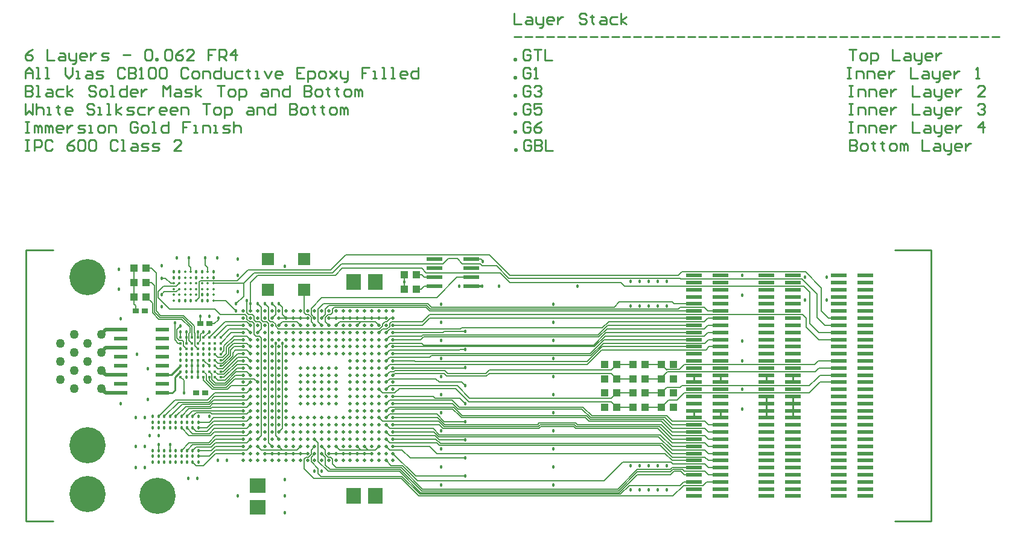
<source format=gbl>
%FSLAX23Y23*%
%MOIN*%
G70*
G01*
G75*
G04 Layer_Physical_Order=6*
G04 Layer_Color=16711680*
%ADD10R,0.035X0.026*%
%ADD11R,0.026X0.035*%
%ADD12R,0.070X0.062*%
%ADD13R,0.069X0.138*%
%ADD14R,0.069X0.043*%
%ADD15R,0.069X0.043*%
%ADD16R,0.085X0.080*%
%ADD17R,0.080X0.085*%
%ADD18R,0.028X0.035*%
%ADD19R,0.071X0.063*%
%ADD20R,0.043X0.039*%
%ADD21R,0.029X0.115*%
%ADD22R,0.039X0.043*%
%ADD23R,0.115X0.029*%
%ADD24C,0.005*%
%ADD25C,0.008*%
%ADD26C,0.010*%
%ADD27C,0.012*%
%ADD28C,0.010*%
%ADD29C,0.018*%
%ADD30C,0.200*%
%ADD31C,0.050*%
%ADD32C,0.020*%
%ADD33R,0.071X0.071*%
%ADD34R,0.091X0.021*%
%ADD35C,0.014*%
%ADD36R,0.087X0.024*%
%ADD37R,0.087X0.024*%
%ADD38R,0.075X0.024*%
%ADD39R,0.091X0.021*%
%ADD40C,0.016*%
%ADD41C,0.006*%
%ADD42C,0.020*%
D10*
X-1009Y413D02*
D03*
X-959D02*
D03*
X-651Y343D02*
D03*
X-601D02*
D03*
X-625Y-39D02*
D03*
X-675D02*
D03*
D16*
X-335Y-671D02*
D03*
Y-551D02*
D03*
D17*
X196Y576D02*
D03*
X316D02*
D03*
X196Y-610D02*
D03*
X316D02*
D03*
D20*
X1896Y-39D02*
D03*
X1963D02*
D03*
X-951Y492D02*
D03*
X-1018D02*
D03*
X-951Y571D02*
D03*
X-1018D02*
D03*
X-951Y650D02*
D03*
X-1018D02*
D03*
X1963Y39D02*
D03*
X1896D02*
D03*
X1963Y118D02*
D03*
X1896D02*
D03*
X1963Y-118D02*
D03*
X1896D02*
D03*
X1738Y-39D02*
D03*
X1805D02*
D03*
X1738Y118D02*
D03*
X1805D02*
D03*
X1738Y39D02*
D03*
X1805D02*
D03*
X1738Y-118D02*
D03*
X1805D02*
D03*
X1581D02*
D03*
X1648D02*
D03*
X1581Y39D02*
D03*
X1648D02*
D03*
X1581Y-39D02*
D03*
X1648D02*
D03*
X1581Y118D02*
D03*
X1648D02*
D03*
X477Y535D02*
D03*
X543D02*
D03*
Y615D02*
D03*
X477D02*
D03*
D24*
X1432Y-217D02*
X1895D01*
X699D02*
X1211D01*
X1422Y-207D02*
X1432Y-217D01*
X1220Y-207D02*
X1422D01*
X1211Y-217D02*
X1220Y-207D01*
X1427Y-226D02*
X1885D01*
X354Y-197D02*
X664D01*
X694Y-226D02*
X1216D01*
X1417Y-217D02*
X1427Y-226D01*
X1225Y-217D02*
X1417D01*
X1216Y-226D02*
X1225Y-217D01*
X1422Y-236D02*
X1875D01*
X413Y-217D02*
X669D01*
X689Y-236D02*
X1220D01*
X1412Y-226D02*
X1422Y-236D01*
X1230Y-226D02*
X1412D01*
X1220Y-236D02*
X1230Y-226D01*
X-412Y493D02*
Y567D01*
X-453Y453D02*
X-412Y493D01*
X394Y197D02*
X778D01*
X781Y200D02*
X813D01*
X778Y197D02*
X781Y200D01*
X0Y354D02*
Y423D01*
X1964Y453D02*
X2077D01*
X1954Y463D02*
X1964Y453D01*
X1663Y463D02*
X1954D01*
X1634Y433D02*
X1663Y463D01*
X625Y433D02*
X1634D01*
X605Y453D02*
X625Y433D01*
X30Y453D02*
X605D01*
X0Y423D02*
X30Y453D01*
X2151Y413D02*
X2223D01*
X2131Y433D02*
X2151Y413D01*
X1998Y433D02*
X2131D01*
X1988Y423D02*
X1998Y433D01*
X620Y423D02*
X1988D01*
X600Y443D02*
X620Y423D01*
X59Y443D02*
X600D01*
X39Y423D02*
X59Y443D01*
X615Y413D02*
X2077D01*
X595Y433D02*
X615Y413D01*
X89Y433D02*
X595D01*
X79Y423D02*
X89Y433D01*
X79Y404D02*
Y423D01*
X413Y335D02*
X576D01*
X615Y374D02*
X2077D01*
X576Y335D02*
X615Y374D01*
X550Y-526D02*
X886D01*
X2146Y-531D02*
X2223D01*
X2126Y-551D02*
X2146Y-531D01*
X2018Y-551D02*
X2126D01*
X1998D02*
X2018Y-531D01*
X1944Y-492D02*
X1964Y-472D01*
X1944Y-477D02*
X1959Y-463D01*
X1762D02*
X1944D01*
X1954Y-453D01*
X1959Y-433D02*
X1978D01*
X1949Y-423D02*
X1959Y-433D01*
X1683Y-423D02*
X1949D01*
X1580Y-526D02*
X1683Y-423D01*
X886Y-526D02*
X1580D01*
X1604Y354D02*
X1978D01*
X1570Y320D02*
X1604Y354D01*
X792Y320D02*
X1570D01*
X1599Y335D02*
X1934D01*
X1545Y281D02*
X1599Y335D01*
X576Y281D02*
X1545D01*
X1594Y315D02*
X1978D01*
X1550Y271D02*
X1594Y315D01*
X581Y271D02*
X1550D01*
X1590Y295D02*
X1934D01*
X1521Y226D02*
X1590Y295D01*
X1156Y226D02*
X1521D01*
X1585Y276D02*
X1934D01*
X1526Y217D02*
X1585Y276D01*
X1152Y217D02*
X1526D01*
X1580Y256D02*
X1909D01*
X1501Y177D02*
X1580Y256D01*
X2156D02*
X2223D01*
X2136Y236D02*
X2156Y256D01*
X1575Y236D02*
X2136D01*
X1506Y167D02*
X1575Y236D01*
X1570Y217D02*
X2077D01*
X1560Y207D02*
X1570Y217D01*
X1486Y133D02*
X1560Y207D01*
X2160Y217D02*
X2223D01*
X2141Y197D02*
X2160Y217D01*
X1565Y197D02*
X2141D01*
X1486Y118D02*
X1565Y197D01*
X2018Y-531D02*
X2077D01*
X2023Y-472D02*
X2136D01*
X2013Y-463D02*
X2023Y-472D01*
X1959Y-463D02*
X2013D01*
X2023Y-492D02*
X2077D01*
X2003Y-472D02*
X2023Y-492D01*
X1964Y-472D02*
X2003D01*
X1954Y-453D02*
X2077D01*
X1959Y-433D02*
X2136D01*
X2156Y-492D02*
X2223D01*
X2136Y-472D02*
X2156Y-492D01*
X2156Y-453D02*
X2223D01*
X2136Y-433D02*
X2156Y-453D01*
X1954Y-413D02*
X2077D01*
X1914Y-374D02*
X1954Y-413D01*
X1772Y-374D02*
X1914D01*
X2156Y-413D02*
X2223D01*
X2136Y-394D02*
X2156Y-413D01*
X1954Y-394D02*
X2136D01*
X1890Y-330D02*
X1954Y-394D01*
X1501Y-330D02*
X1890D01*
X1954Y-374D02*
X2077D01*
X1900Y-320D02*
X1954Y-374D01*
X1506Y-320D02*
X1900D01*
X2156Y-374D02*
X2223D01*
X2136Y-354D02*
X2156Y-374D01*
X1954Y-354D02*
X2136D01*
X1880Y-281D02*
X1954Y-354D01*
X1501Y-281D02*
X1880D01*
X1954Y-335D02*
X2077D01*
X1890Y-271D02*
X1954Y-335D01*
X1501Y-271D02*
X1890D01*
X2156Y-335D02*
X2223D01*
X2136Y-315D02*
X2156Y-335D01*
X1954Y-315D02*
X2136D01*
X1875Y-236D02*
X1954Y-315D01*
X1954Y-295D02*
X2077D01*
X1885Y-226D02*
X1954Y-295D01*
X2156D02*
X2223D01*
X2136Y-276D02*
X2156Y-295D01*
X1954Y-276D02*
X2136D01*
X1895Y-217D02*
X1954Y-276D01*
X1954Y-256D02*
X2077D01*
X1895Y-197D02*
X1954Y-256D01*
X1496Y-197D02*
X1895D01*
X2156Y-256D02*
X2223D01*
X2136Y-236D02*
X2156Y-256D01*
X1954Y-236D02*
X2136D01*
X1905Y-187D02*
X1954Y-236D01*
X1501Y-187D02*
X1905D01*
X1954Y-217D02*
X2077D01*
X1914Y-177D02*
X1954Y-217D01*
X1506Y-177D02*
X1914D01*
X2156Y-217D02*
X2223D01*
X2136Y-197D02*
X2156Y-217D01*
X1954Y-197D02*
X2136D01*
X1924Y-167D02*
X1954Y-197D01*
X1772Y-167D02*
X1924D01*
X1909Y256D02*
X2077D01*
X2151Y295D02*
X2223D01*
X2131Y276D02*
X2151Y295D01*
X1909Y276D02*
X2131D01*
X1909Y295D02*
X2077D01*
X2151Y335D02*
X2223D01*
X2131Y315D02*
X2151Y335D01*
X1909Y315D02*
X2131D01*
X1909Y335D02*
X2077D01*
X2151Y374D02*
X2224D01*
X2131Y354D02*
X2151Y374D01*
X1909Y354D02*
X2131D01*
X655Y487D02*
X767Y600D01*
X20Y487D02*
X655D01*
X-39Y428D02*
X20Y487D01*
X-755Y369D02*
X-709Y323D01*
Y295D02*
Y323D01*
X-748Y379D02*
X-697Y328D01*
Y268D02*
Y328D01*
X-743Y389D02*
X-685Y331D01*
Y295D02*
Y331D01*
X-881Y369D02*
X-755D01*
X-876Y379D02*
X-748D01*
X-792Y256D02*
Y349D01*
X-276Y364D02*
Y433D01*
X-295Y453D02*
X-276Y433D01*
X-315Y364D02*
Y433D01*
X-335Y453D02*
X-315Y433D01*
X-579Y567D02*
X-412D01*
X-650Y582D02*
X-447D01*
X-512Y472D02*
X-453Y413D01*
X-579Y472D02*
X-512D01*
X-315Y315D02*
Y344D01*
X-394Y404D02*
Y472D01*
Y404D02*
X-384Y394D01*
X-364D01*
X-354Y384D01*
Y364D02*
Y384D01*
Y364D02*
X-344Y354D01*
X-325D01*
X-315Y344D01*
X-354Y285D02*
Y344D01*
X-364Y354D02*
X-354Y344D01*
X-379Y354D02*
X-364D01*
X-394Y369D02*
X-379Y354D01*
X-394Y369D02*
Y384D01*
X-404Y394D02*
X-394Y384D01*
X-541Y394D02*
X-404D01*
X-335Y295D02*
X-315Y315D01*
Y-276D02*
Y266D01*
X-354Y285D02*
X-344Y276D01*
X-325D01*
X-315Y266D01*
X-571Y423D02*
X-541Y394D01*
X-871Y389D02*
X-743D01*
X-822Y423D02*
X-571D01*
X-886Y487D02*
X-822Y423D01*
X-886Y487D02*
Y522D01*
X-856Y551D01*
X-783D01*
X-906Y408D02*
Y556D01*
X-896Y413D02*
Y625D01*
X-852Y520D02*
X-783D01*
X-866Y506D02*
X-852Y520D01*
X-920Y571D02*
X-906Y556D01*
X-783Y551D02*
X-768Y567D01*
X39Y394D02*
Y423D01*
X787Y315D02*
X792Y320D01*
X453Y315D02*
X787D01*
X413Y295D02*
X689D01*
X694Y300D02*
X813D01*
X689Y295D02*
X694Y300D01*
X571Y276D02*
X576Y281D01*
X394Y276D02*
X571D01*
X576Y266D02*
X581Y271D01*
X566Y256D02*
X576Y266D01*
X413Y256D02*
X566D01*
X571Y236D02*
X581Y226D01*
X394Y236D02*
X571D01*
X413Y217D02*
X1137D01*
X1152Y217D01*
X1142Y226D02*
X1156D01*
X581D02*
X1142D01*
X413Y177D02*
X1501D01*
X625Y167D02*
X1506D01*
X615Y157D02*
X625Y167D01*
X394Y157D02*
X615D01*
X1063Y133D02*
X1486D01*
X394Y118D02*
X1486D01*
X536Y133D02*
X1063D01*
X531Y138D02*
X536Y133D01*
X413Y138D02*
X531D01*
X655Y-374D02*
X1772D01*
X615Y-335D02*
X655Y-374D01*
X413Y-335D02*
X615D01*
X508Y-400D02*
X804D01*
X463Y-354D02*
X508Y-400D01*
X876Y-330D02*
X1501D01*
X846D02*
X876D01*
X842Y-320D02*
X876D01*
X674D02*
X842D01*
X669Y-330D02*
X846D01*
X655Y-315D02*
X669Y-330D01*
X463Y-315D02*
X655D01*
X876Y-320D02*
X1506D01*
X650Y-295D02*
X674Y-320D01*
X413Y-295D02*
X650D01*
X669Y-300D02*
X813D01*
X645Y-276D02*
X669Y-300D01*
X458Y-276D02*
X645D01*
X664Y-281D02*
X1501D01*
X669Y-271D02*
X1501D01*
X640Y-256D02*
X664Y-281D01*
X413Y-256D02*
X640D01*
X635Y-236D02*
X669Y-271D01*
X394Y-236D02*
X635D01*
X669Y-217D02*
X689Y-236D01*
X664Y-197D02*
X694Y-226D01*
X659Y-177D02*
X699Y-217D01*
X413Y-177D02*
X659D01*
X778Y-118D02*
X1462D01*
X773Y-128D02*
X1457D01*
X797Y-167D02*
X1481D01*
X697Y-200D02*
X813D01*
X655Y-157D02*
X697Y-200D01*
X463Y-157D02*
X655D01*
X748Y-118D02*
X797Y-167D01*
X1511D02*
X1772D01*
X1476Y-177D02*
X1496Y-197D01*
X1462Y-118D02*
X1511Y-167D01*
X1457Y-128D02*
X1506Y-177D01*
X1481Y-167D02*
X1501Y-187D01*
X792Y-177D02*
X1476D01*
X782Y-167D02*
X792Y-177D01*
X743Y-128D02*
X782Y-167D01*
X423Y-128D02*
X743D01*
X738Y-79D02*
X778Y-118D01*
X743Y-98D02*
X773Y-128D01*
X394Y-118D02*
X748D01*
X413Y-138D02*
X423Y-128D01*
X793Y20D02*
X813Y0D01*
X669Y20D02*
X793D01*
X650Y39D02*
X669Y20D01*
X394Y39D02*
X650D01*
X413Y-98D02*
X743D01*
X394Y-79D02*
X738D01*
X413Y98D02*
X811D01*
X335Y-177D02*
X354Y-197D01*
X20Y-374D02*
X39Y-394D01*
X-950Y571D02*
X-920D01*
X-713Y252D02*
X-697Y236D01*
X-950Y492D02*
X-915Y458D01*
X-681Y220D02*
X-665Y205D01*
X-950Y650D02*
X-920D01*
X-276Y-315D02*
X-256Y-335D01*
X-783Y520D02*
X-768Y535D01*
X399Y374D02*
X413D01*
X-715Y665D02*
Y709D01*
X-705Y630D02*
Y656D01*
X-866Y596D02*
X-843D01*
X-813Y567D02*
X-799D01*
X374Y20D02*
X394Y39D01*
X374Y177D02*
X394Y197D01*
X374Y217D02*
X394Y236D01*
X-39Y-354D02*
X-20Y-335D01*
X809Y-197D02*
X813Y-200D01*
X-20Y-295D02*
X0Y-315D01*
X20Y-335D02*
X39Y-354D01*
X20Y374D02*
X39Y394D01*
X335Y295D02*
X354Y315D01*
X-624Y668D02*
Y709D01*
X-610Y630D02*
Y655D01*
X-760Y47D02*
X-742Y30D01*
Y-39D02*
Y30D01*
X-457Y59D02*
X-413D01*
X-602Y47D02*
X-598D01*
X-602Y31D02*
Y47D01*
X-449Y98D02*
X-413D01*
X-571Y47D02*
X-555Y31D01*
X-445Y138D02*
X-413D01*
X-571Y79D02*
X-555Y63D01*
X-394Y157D02*
X-374Y138D01*
X-539Y79D02*
X-524D01*
X-650Y283D02*
X-634Y299D01*
X-665Y236D02*
X-650Y252D01*
X-394Y118D02*
X-374Y98D01*
X-539Y47D02*
X-520D01*
X-634Y268D02*
X-602Y299D01*
X-760Y268D02*
Y299D01*
X-394Y79D02*
X-374Y59D01*
X-602Y79D02*
X-587Y63D01*
X-394Y315D02*
X-374Y295D01*
X-539Y268D02*
X-492Y315D01*
X-504Y335D02*
X-413D01*
X-571Y268D02*
X-504Y335D01*
X-394Y354D02*
X-374Y335D01*
X-602Y268D02*
X-516Y354D01*
X-480Y295D02*
X-413D01*
X-539Y236D02*
X-480Y295D01*
X-394Y276D02*
X-374Y256D01*
X-539Y173D02*
X-520Y193D01*
X-394Y0D02*
X-374Y20D01*
X-634Y31D02*
Y47D01*
X-354Y39D02*
X-335Y20D01*
X-634Y79D02*
X-618Y63D01*
X-394Y236D02*
X-374Y217D01*
X-539Y142D02*
X-528D01*
X-445Y177D02*
X-413D01*
X-571Y110D02*
X-555Y94D01*
X-394Y197D02*
X-374Y177D01*
X-539Y110D02*
X-528D01*
X-465Y217D02*
X-413D01*
X-571Y142D02*
X-555Y126D01*
X-465Y256D02*
X-413D01*
X-571Y173D02*
X-555Y157D01*
X-394Y-315D02*
X-374Y-295D01*
X-693Y-358D02*
X-673Y-339D01*
X-394Y-354D02*
X-374Y-335D01*
X-661Y-390D02*
X-602D01*
X-567Y-335D02*
X-413D01*
X-661Y-358D02*
X-591D01*
X-394Y-197D02*
X-374Y-177D01*
X-661Y-232D02*
X-614D01*
X-579Y-177D02*
X-413D01*
X-661Y-201D02*
X-602D01*
X-579Y-217D02*
X-413D01*
X-693Y-232D02*
X-673Y-252D01*
X-394Y-157D02*
X-374Y-138D01*
X-693Y-169D02*
X-673Y-150D01*
X-394Y-236D02*
X-374Y-217D01*
X-724Y-232D02*
X-693Y-264D01*
Y-138D02*
X-413D01*
X-724Y-169D02*
X-693Y-138D01*
X-567Y-295D02*
X-413D01*
X-724Y-358D02*
X-693Y-327D01*
X-394Y-276D02*
X-374Y-256D01*
X-756Y-358D02*
X-713Y-315D01*
X-575Y-256D02*
X-413D01*
X-756Y-232D02*
X-713Y-276D01*
X-583Y-98D02*
X-413D01*
X-787Y-169D02*
X-732Y-114D01*
X-394Y-79D02*
X-374Y-59D01*
X-819Y-169D02*
X-752Y-102D01*
X-575Y-59D02*
X-413D01*
X-850Y-169D02*
X-772Y-91D01*
X-394Y-39D02*
X-374Y-20D01*
X-882Y-169D02*
X-791Y-79D01*
X-394Y-118D02*
X-374Y-98D01*
X-756Y-169D02*
X-713Y-126D01*
X-673Y472D02*
X-658Y487D01*
X-665Y268D02*
Y299D01*
X-39Y354D02*
X-20Y335D01*
X767Y600D02*
X847D01*
X-39Y394D02*
X-20Y374D01*
X-39Y394D02*
Y428D01*
X-79Y-404D02*
X-69Y-394D01*
X-915Y404D02*
Y458D01*
X374Y-138D02*
X394Y-118D01*
X374Y-98D02*
X394Y-79D01*
X374Y98D02*
X394Y118D01*
X374Y138D02*
X394Y157D01*
X374Y256D02*
X394Y276D01*
X-53Y394D02*
X-39Y380D01*
X-69Y394D02*
X-53D01*
X-39Y354D02*
Y380D01*
X340Y315D02*
X354Y330D01*
Y340D01*
X369Y354D01*
X379D01*
X399Y374D01*
X-79Y404D02*
Y531D01*
X-658Y487D02*
Y573D01*
X-650Y582D01*
X-624Y668D02*
X-610Y655D01*
X-715Y665D02*
X-705Y656D01*
X-843Y596D02*
X-813Y567D01*
X-920Y650D02*
X-896Y625D01*
X69Y394D02*
X79Y404D01*
X54Y394D02*
X69D01*
X39Y379D02*
X54Y394D01*
X39Y354D02*
Y379D01*
X69Y-394D02*
X79Y-404D01*
X54Y-394D02*
X69D01*
X39Y-379D02*
X54Y-394D01*
X39Y-379D02*
Y-354D01*
X-79Y404D02*
X-69Y394D01*
X-713Y291D02*
X-709Y295D01*
X-713Y252D02*
Y291D01*
X-650Y252D02*
Y283D01*
X-685Y295D02*
X-681Y291D01*
Y220D02*
Y291D01*
X-516Y354D02*
X-394D01*
X-666Y236D02*
X-666Y236D01*
X-500Y-20D02*
X-480Y0D01*
X-583Y-20D02*
X-500D01*
X-480Y0D02*
X-394D01*
X-512Y4D02*
X-457Y59D01*
X-575Y4D02*
X-512D01*
X-508Y-8D02*
X-461Y39D01*
X-579Y-8D02*
X-508D01*
X-516Y31D02*
X-449Y98D01*
X-555Y31D02*
X-516D01*
Y16D02*
X-453Y79D01*
X-567Y16D02*
X-516D01*
X-520Y47D02*
X-449Y118D01*
X-520Y63D02*
X-445Y138D01*
X-555Y63D02*
X-520D01*
X-453Y79D02*
X-394D01*
X-449Y118D02*
X-394D01*
X-524Y79D02*
X-445Y157D01*
X-528Y94D02*
X-445Y177D01*
X-445Y157D02*
X-394D01*
X-555Y94D02*
X-528D01*
X-484Y169D02*
Y197D01*
X-528Y126D02*
X-484Y169D01*
X-472Y165D02*
Y181D01*
X-528Y110D02*
X-472Y165D01*
X-496Y173D02*
Y209D01*
X-528Y142D02*
X-496Y173D01*
X-457Y197D02*
X-394D01*
X-472Y181D02*
X-457Y197D01*
X-508Y177D02*
Y213D01*
X-528Y157D02*
X-508Y177D01*
X-555Y157D02*
X-528D01*
X-555Y126D02*
X-528D01*
X-484Y197D02*
X-465Y217D01*
X-520Y193D02*
Y220D01*
X-496Y209D02*
X-469Y236D01*
X-394D01*
X-508Y213D02*
X-465Y256D01*
X-520Y220D02*
X-465Y276D01*
X-492Y315D02*
X-394D01*
X-461Y39D02*
X-354D01*
X-465Y276D02*
X-394D01*
X-634Y31D02*
X-583Y-20D01*
X-602Y31D02*
X-575Y4D01*
X-618Y31D02*
X-579Y-8D01*
X-618Y31D02*
Y63D01*
X-587Y35D02*
Y63D01*
Y35D02*
X-567Y16D01*
Y-315D02*
X-394D01*
X-673Y-252D02*
X-614D01*
X-791Y-79D02*
X-610D01*
X-571Y-39D01*
X-772Y-91D02*
X-606D01*
X-575Y-59D01*
X-713Y-126D02*
X-594D01*
X-587Y-118D01*
X-732Y-114D02*
X-598D01*
X-583Y-98D01*
X-752Y-102D02*
X-602D01*
X-579Y-79D01*
X-594Y-150D02*
X-587Y-157D01*
X-673Y-150D02*
X-594D01*
X-602Y-201D02*
X-579Y-177D01*
X-614Y-232D02*
X-579Y-197D01*
X-614Y-252D02*
Y-252D01*
X-579Y-217D01*
X-602Y-264D02*
X-575Y-236D01*
X-693Y-264D02*
X-602D01*
X-594Y-276D02*
X-575Y-256D01*
X-713Y-276D02*
X-594D01*
X-606Y-315D02*
X-567Y-276D01*
X-713Y-315D02*
X-606D01*
X-598Y-327D02*
X-567Y-295D01*
X-693Y-327D02*
X-598D01*
X-591Y-339D02*
X-567Y-315D01*
X-673Y-339D02*
X-591D01*
Y-358D02*
X-567Y-335D01*
X-602Y-390D02*
X-567Y-354D01*
X-394D01*
X-579Y-197D02*
X-394D01*
X-587Y-157D02*
X-394D01*
X-575Y-236D02*
X-394D01*
X-567Y-276D02*
X-394D01*
X-579Y-79D02*
X-394D01*
X-571Y-39D02*
X-394D01*
X-587Y-118D02*
X-394D01*
X-568Y-374D02*
X-413Y-374D01*
X374Y-335D02*
X394Y-354D01*
X463D01*
X374Y-295D02*
X394Y-315D01*
X463D01*
X374Y-256D02*
X394Y-276D01*
X463D01*
X374Y-217D02*
X394Y-236D01*
X374Y-177D02*
X394Y-157D01*
X463D01*
X374Y295D02*
X394Y315D01*
X453D01*
X354D02*
X380D01*
X394Y329D02*
Y344D01*
X380Y315D02*
X394Y329D01*
X-744Y220D02*
X-728Y205D01*
X-780Y311D02*
X-760Y331D01*
X-744Y220D02*
Y244D01*
X-752Y252D02*
X-744Y244D01*
X-768Y252D02*
X-752D01*
X-780Y264D02*
X-768Y252D01*
X-780Y264D02*
Y311D01*
X-773Y236D02*
X-760D01*
X-792Y256D02*
X-773Y236D01*
X-915Y404D02*
X-881Y369D01*
X-906Y408D02*
X-876Y379D01*
X-896Y413D02*
X-871Y389D01*
X-335Y-295D02*
X-315Y-276D01*
X-285Y354D02*
X-276Y344D01*
X-305Y354D02*
X-285D01*
X-315Y364D02*
X-305Y354D01*
X-276Y-315D02*
Y344D01*
X-236Y-276D02*
X-217Y-295D01*
X-236Y-276D02*
Y236D01*
X-217Y-256D02*
X-197Y-236D01*
Y236D01*
X-236Y330D02*
X-221Y315D01*
X-236Y330D02*
Y340D01*
X-251Y354D02*
X-236Y340D01*
X-266Y354D02*
X-251D01*
X-276Y364D02*
X-266Y354D01*
X-221Y315D02*
X340D01*
X-39Y-394D02*
X-20Y-374D01*
X-39Y-380D02*
Y-354D01*
X-69Y-394D02*
X-53D01*
X-39Y-380D01*
X0Y354D02*
X20Y335D01*
X39Y354D02*
X59Y335D01*
X-635Y-441D02*
X-568Y-374D01*
X-693Y-421D02*
X-673Y-441D01*
X-635D01*
X374Y-413D02*
X402Y-441D01*
X413Y-374D02*
X539Y-500D01*
X813D01*
X402Y-441D02*
X465D01*
X550Y-526D01*
X413Y-59D02*
X635D01*
X645Y-69D01*
X781D01*
X813Y-100D01*
X79Y-433D02*
Y-404D01*
Y-433D02*
X98Y-453D01*
X458D01*
X576Y-571D01*
X1654D01*
X1762Y-463D01*
X39Y-438D02*
Y-394D01*
Y-438D02*
X64Y-463D01*
X453D01*
X571Y-581D01*
X1658D01*
X1762Y-477D01*
X1944D01*
X0Y-418D02*
Y-315D01*
Y-418D02*
X54Y-472D01*
X448D01*
X566Y-591D01*
X1663D01*
X1762Y-492D01*
X1944D01*
X-39Y-418D02*
Y-394D01*
Y-418D02*
X0Y-458D01*
Y-487D02*
Y-458D01*
Y-487D02*
X15Y-502D01*
X463D01*
X561Y-600D01*
X1668D01*
X1718Y-551D01*
X1998D01*
X-79Y-458D02*
X-25Y-512D01*
X458D01*
X556Y-610D01*
X1959D01*
X-79Y-458D02*
Y-404D01*
X1959Y-610D02*
X2018Y-551D01*
D25*
X394Y344D02*
X404Y354D01*
X576D01*
X615Y394D01*
X2677D01*
X2697Y374D01*
Y325D02*
Y374D01*
Y325D02*
X2766Y256D01*
X2780Y414D02*
Y541D01*
X2692Y630D02*
X2780Y541D01*
X2008Y630D02*
X2692D01*
X1988Y610D02*
X2008Y630D01*
X1058Y610D02*
X1988D01*
X945Y723D02*
X1058Y610D01*
X153Y723D02*
X945D01*
X69Y640D02*
X153Y723D01*
X2756Y379D02*
Y507D01*
X2672Y591D02*
X2756Y507D01*
X2003Y591D02*
X2672D01*
X1998Y595D02*
X2003Y591D01*
X1053Y595D02*
X1998D01*
X984Y664D02*
X1053Y595D01*
X906Y664D02*
X984D01*
X2717Y344D02*
Y517D01*
X-374Y413D02*
Y571D01*
X2682Y551D02*
X2717Y517D01*
X1693Y551D02*
X2682D01*
X1673Y571D02*
X1693Y551D01*
X1058Y571D02*
X1673D01*
X1004Y625D02*
X1058Y571D01*
X595Y625D02*
X1004D01*
X899Y700D02*
X910Y689D01*
X847Y700D02*
X899D01*
X477Y536D02*
Y614D01*
X477Y535D02*
X477Y536D01*
X477Y615D02*
X477Y614D01*
X-1018Y452D02*
Y650D01*
X-1009Y413D02*
Y443D01*
X-1018Y452D02*
X-1009Y443D01*
X-551Y364D02*
Y374D01*
X-573Y343D02*
X-551Y364D01*
X-601Y343D02*
X-573D01*
X-651D02*
Y386D01*
X-412Y567D02*
X-354Y625D01*
X-447Y582D02*
X-389Y640D01*
X1805Y39D02*
X1890D01*
X335Y374D02*
X374D01*
X295D02*
X335D01*
X256D02*
X295D01*
X217D02*
X256D01*
X177D02*
X217D01*
X138D02*
X177D01*
X98D02*
X138D01*
X59D02*
X98D01*
X256Y-374D02*
X295D01*
X217D02*
X256D01*
X177D02*
X217D01*
X138D02*
X177D01*
X98D02*
X138D01*
X59D02*
X98D01*
X-98Y374D02*
X-59D01*
X-138D02*
X-98D01*
Y-374D02*
X-59D01*
X-138D02*
X-98D01*
X-177D02*
X-138D01*
X-217D02*
X-177D01*
X-256D02*
X-217D01*
X-295D02*
X-256D01*
X1648Y39D02*
X1738D01*
X1648Y118D02*
X1738D01*
X1648Y-118D02*
X1738D01*
X1648Y-39D02*
X1738D01*
X315Y354D02*
X335Y335D01*
X217D02*
X236Y354D01*
X315Y-354D02*
X335Y-335D01*
X256D02*
X276Y-354D01*
X217Y-335D02*
X236Y-354D01*
X236Y354D02*
X315D01*
X118D02*
X236D01*
X98Y335D02*
X118Y354D01*
X-118D02*
X-98Y335D01*
X-217D02*
X-197Y354D01*
X-118D01*
X-728Y268D02*
Y299D01*
Y236D02*
Y268D01*
X276Y-354D02*
X315D01*
X236D02*
X276D01*
X118D02*
X236D01*
X98Y-335D02*
X118Y-354D01*
X-118Y-354D02*
X-98Y-335D01*
X-217D02*
X-197Y-354D01*
X-335Y-335D02*
X-315Y-354D01*
X-197D02*
X-118D01*
X-315D02*
X-197D01*
X-819Y-358D02*
Y-327D01*
X-882Y-358D02*
Y-327D01*
X584Y550D02*
X643D01*
X543Y535D02*
X569D01*
X586Y600D02*
X643D01*
X543Y615D02*
X571D01*
X1890Y39D02*
X1896D01*
X1805Y118D02*
X1896D01*
X1805Y-118D02*
X1896D01*
X1805Y-39D02*
X1896D01*
X2800Y335D02*
X2877D01*
X2766Y256D02*
X2877D01*
X2766Y295D02*
X2877D01*
X2820Y374D02*
X2877D01*
X-673Y472D02*
Y473D01*
X2717Y344D02*
X2766Y295D01*
X2756Y379D02*
X2800Y335D01*
X2780Y414D02*
X2820Y374D01*
X569Y535D02*
X584Y550D01*
X571Y615D02*
X586Y600D01*
X-374Y571D02*
X-335Y610D01*
X-697Y79D02*
Y142D01*
X-665Y47D02*
Y142D01*
X-634D02*
X-602Y110D01*
X-256Y374D02*
X-236Y394D01*
Y433D01*
X-256Y453D02*
X-236Y433D01*
X-197Y394D02*
X-177Y374D01*
X-197Y394D02*
Y433D01*
X-217Y453D02*
X-197Y433D01*
X-217Y374D02*
X-138D01*
X94Y610D02*
X133Y650D01*
X571D01*
X595Y625D01*
X-335Y610D02*
X94D01*
X79Y625D02*
X128Y674D01*
X689D01*
X719Y704D01*
X768D01*
X797Y674D01*
X896D01*
X906Y664D01*
X-354Y625D02*
X79D01*
X-389Y640D02*
X69D01*
D26*
X2623Y20D02*
Y59D01*
X2477Y20D02*
Y59D01*
X2623Y-177D02*
Y-59D01*
X2477Y-177D02*
Y-59D01*
X2223Y-177D02*
Y-138D01*
X2077Y-177D02*
Y-138D01*
Y20D02*
Y59D01*
X2223Y20D02*
Y59D01*
X-791Y47D02*
X-760Y79D01*
X-860Y-40D02*
X-808D01*
X-810Y60D02*
X-760Y110D01*
X-860Y60D02*
X-810D01*
X-808Y-40D02*
X-791Y-24D01*
Y47D01*
D27*
X904Y550D02*
X906Y551D01*
X847Y550D02*
X904D01*
D28*
X3185Y750D02*
X3385D01*
X3185Y-750D02*
X3385D01*
X-1615D02*
X-1465D01*
X-1615Y750D02*
X-1466D01*
X-1615Y-750D02*
Y750D01*
X3385Y-750D02*
Y750D01*
X-1618Y1460D02*
X-1598D01*
X-1608D01*
Y1400D01*
X-1618D01*
X-1598D01*
X-1568D02*
Y1440D01*
X-1558D01*
X-1548Y1430D01*
Y1400D01*
Y1430D01*
X-1538Y1440D01*
X-1528Y1430D01*
Y1400D01*
X-1508D02*
Y1440D01*
X-1498D01*
X-1488Y1430D01*
Y1400D01*
Y1430D01*
X-1478Y1440D01*
X-1468Y1430D01*
Y1400D01*
X-1418D02*
X-1438D01*
X-1448Y1410D01*
Y1430D01*
X-1438Y1440D01*
X-1418D01*
X-1408Y1430D01*
Y1420D01*
X-1448D01*
X-1388Y1440D02*
Y1400D01*
Y1420D01*
X-1378Y1430D01*
X-1368Y1440D01*
X-1358D01*
X-1328Y1400D02*
X-1298D01*
X-1288Y1410D01*
X-1298Y1420D01*
X-1318D01*
X-1328Y1430D01*
X-1318Y1440D01*
X-1288D01*
X-1268Y1400D02*
X-1248D01*
X-1258D01*
Y1440D01*
X-1268D01*
X-1208Y1400D02*
X-1188D01*
X-1178Y1410D01*
Y1430D01*
X-1188Y1440D01*
X-1208D01*
X-1218Y1430D01*
Y1410D01*
X-1208Y1400D01*
X-1158D02*
Y1440D01*
X-1128D01*
X-1118Y1430D01*
Y1400D01*
X-998Y1450D02*
X-1008Y1460D01*
X-1028D01*
X-1038Y1450D01*
Y1410D01*
X-1028Y1400D01*
X-1008D01*
X-998Y1410D01*
Y1430D01*
X-1018D01*
X-968Y1400D02*
X-948D01*
X-938Y1410D01*
Y1430D01*
X-948Y1440D01*
X-968D01*
X-978Y1430D01*
Y1410D01*
X-968Y1400D01*
X-918D02*
X-898D01*
X-908D01*
Y1460D01*
X-918D01*
X-828D02*
Y1400D01*
X-858D01*
X-868Y1410D01*
Y1430D01*
X-858Y1440D01*
X-828D01*
X-708Y1460D02*
X-748D01*
Y1430D01*
X-728D01*
X-748D01*
Y1400D01*
X-688D02*
X-668D01*
X-678D01*
Y1440D01*
X-688D01*
X-638Y1400D02*
Y1440D01*
X-608D01*
X-598Y1430D01*
Y1400D01*
X-578D02*
X-558D01*
X-568D01*
Y1440D01*
X-578D01*
X-528Y1400D02*
X-498D01*
X-488Y1410D01*
X-498Y1420D01*
X-518D01*
X-528Y1430D01*
X-518Y1440D01*
X-488D01*
X-468Y1460D02*
Y1400D01*
Y1430D01*
X-458Y1440D01*
X-438D01*
X-428Y1430D01*
Y1400D01*
X-1618Y1560D02*
Y1500D01*
X-1598Y1520D01*
X-1578Y1500D01*
Y1560D01*
X-1558D02*
Y1500D01*
Y1530D01*
X-1548Y1540D01*
X-1528D01*
X-1518Y1530D01*
Y1500D01*
X-1498D02*
X-1478D01*
X-1488D01*
Y1540D01*
X-1498D01*
X-1438Y1550D02*
Y1540D01*
X-1448D01*
X-1428D01*
X-1438D01*
Y1510D01*
X-1428Y1500D01*
X-1368D02*
X-1388D01*
X-1398Y1510D01*
Y1530D01*
X-1388Y1540D01*
X-1368D01*
X-1358Y1530D01*
Y1520D01*
X-1398D01*
X-1238Y1550D02*
X-1248Y1560D01*
X-1268D01*
X-1278Y1550D01*
Y1540D01*
X-1268Y1530D01*
X-1248D01*
X-1238Y1520D01*
Y1510D01*
X-1248Y1500D01*
X-1268D01*
X-1278Y1510D01*
X-1218Y1500D02*
X-1198D01*
X-1208D01*
Y1540D01*
X-1218D01*
X-1168Y1500D02*
X-1148D01*
X-1158D01*
Y1560D01*
X-1168D01*
X-1118Y1500D02*
Y1560D01*
Y1520D02*
X-1088Y1540D01*
X-1118Y1520D02*
X-1088Y1500D01*
X-1058D02*
X-1028D01*
X-1018Y1510D01*
X-1028Y1520D01*
X-1048D01*
X-1058Y1530D01*
X-1048Y1540D01*
X-1018D01*
X-958D02*
X-988D01*
X-998Y1530D01*
Y1510D01*
X-988Y1500D01*
X-958D01*
X-938Y1540D02*
Y1500D01*
Y1520D01*
X-928Y1530D01*
X-918Y1540D01*
X-908D01*
X-848Y1500D02*
X-868D01*
X-878Y1510D01*
Y1530D01*
X-868Y1540D01*
X-848D01*
X-838Y1530D01*
Y1520D01*
X-878D01*
X-788Y1500D02*
X-808D01*
X-818Y1510D01*
Y1530D01*
X-808Y1540D01*
X-788D01*
X-778Y1530D01*
Y1520D01*
X-818D01*
X-758Y1500D02*
Y1540D01*
X-728D01*
X-718Y1530D01*
Y1500D01*
X-638Y1560D02*
X-598D01*
X-618D01*
Y1500D01*
X-568D02*
X-548D01*
X-538Y1510D01*
Y1530D01*
X-548Y1540D01*
X-568D01*
X-578Y1530D01*
Y1510D01*
X-568Y1500D01*
X-518Y1480D02*
Y1540D01*
X-488D01*
X-478Y1530D01*
Y1510D01*
X-488Y1500D01*
X-518D01*
X-389Y1540D02*
X-369D01*
X-359Y1530D01*
Y1500D01*
X-389D01*
X-399Y1510D01*
X-389Y1520D01*
X-359D01*
X-339Y1500D02*
Y1540D01*
X-309D01*
X-299Y1530D01*
Y1500D01*
X-239Y1560D02*
Y1500D01*
X-269D01*
X-279Y1510D01*
Y1530D01*
X-269Y1540D01*
X-239D01*
X-159Y1560D02*
Y1500D01*
X-129D01*
X-119Y1510D01*
Y1520D01*
X-129Y1530D01*
X-159D01*
X-129D01*
X-119Y1540D01*
Y1550D01*
X-129Y1560D01*
X-159D01*
X-89Y1500D02*
X-69D01*
X-59Y1510D01*
Y1530D01*
X-69Y1540D01*
X-89D01*
X-99Y1530D01*
Y1510D01*
X-89Y1500D01*
X-29Y1550D02*
Y1540D01*
X-39D01*
X-19D01*
X-29D01*
Y1510D01*
X-19Y1500D01*
X21Y1550D02*
Y1540D01*
X11D01*
X31D01*
X21D01*
Y1510D01*
X31Y1500D01*
X71D02*
X91D01*
X101Y1510D01*
Y1530D01*
X91Y1540D01*
X71D01*
X61Y1530D01*
Y1510D01*
X71Y1500D01*
X121D02*
Y1540D01*
X131D01*
X141Y1530D01*
Y1500D01*
Y1530D01*
X151Y1540D01*
X161Y1530D01*
Y1500D01*
X-1618Y1660D02*
Y1600D01*
X-1588D01*
X-1578Y1610D01*
Y1620D01*
X-1588Y1630D01*
X-1618D01*
X-1588D01*
X-1578Y1640D01*
Y1650D01*
X-1588Y1660D01*
X-1618D01*
X-1558Y1600D02*
X-1538D01*
X-1548D01*
Y1660D01*
X-1558D01*
X-1498Y1640D02*
X-1478D01*
X-1468Y1630D01*
Y1600D01*
X-1498D01*
X-1508Y1610D01*
X-1498Y1620D01*
X-1468D01*
X-1408Y1640D02*
X-1438D01*
X-1448Y1630D01*
Y1610D01*
X-1438Y1600D01*
X-1408D01*
X-1388D02*
Y1660D01*
Y1620D02*
X-1358Y1640D01*
X-1388Y1620D02*
X-1358Y1600D01*
X-1228Y1650D02*
X-1238Y1660D01*
X-1258D01*
X-1268Y1650D01*
Y1640D01*
X-1258Y1630D01*
X-1238D01*
X-1228Y1620D01*
Y1610D01*
X-1238Y1600D01*
X-1258D01*
X-1268Y1610D01*
X-1198Y1600D02*
X-1178D01*
X-1168Y1610D01*
Y1630D01*
X-1178Y1640D01*
X-1198D01*
X-1208Y1630D01*
Y1610D01*
X-1198Y1600D01*
X-1148D02*
X-1128D01*
X-1138D01*
Y1660D01*
X-1148D01*
X-1058D02*
Y1600D01*
X-1088D01*
X-1098Y1610D01*
Y1630D01*
X-1088Y1640D01*
X-1058D01*
X-1008Y1600D02*
X-1028D01*
X-1038Y1610D01*
Y1630D01*
X-1028Y1640D01*
X-1008D01*
X-998Y1630D01*
Y1620D01*
X-1038D01*
X-978Y1640D02*
Y1600D01*
Y1620D01*
X-968Y1630D01*
X-958Y1640D01*
X-948D01*
X-858Y1600D02*
Y1660D01*
X-838Y1640D01*
X-818Y1660D01*
Y1600D01*
X-788Y1640D02*
X-768D01*
X-758Y1630D01*
Y1600D01*
X-788D01*
X-798Y1610D01*
X-788Y1620D01*
X-758D01*
X-738Y1600D02*
X-708D01*
X-698Y1610D01*
X-708Y1620D01*
X-728D01*
X-738Y1630D01*
X-728Y1640D01*
X-698D01*
X-678Y1600D02*
Y1660D01*
Y1620D02*
X-648Y1640D01*
X-678Y1620D02*
X-648Y1600D01*
X-558Y1660D02*
X-518D01*
X-538D01*
Y1600D01*
X-488D02*
X-468D01*
X-458Y1610D01*
Y1630D01*
X-468Y1640D01*
X-488D01*
X-498Y1630D01*
Y1610D01*
X-488Y1600D01*
X-438Y1580D02*
Y1640D01*
X-409D01*
X-399Y1630D01*
Y1610D01*
X-409Y1600D01*
X-438D01*
X-309Y1640D02*
X-289D01*
X-279Y1630D01*
Y1600D01*
X-309D01*
X-319Y1610D01*
X-309Y1620D01*
X-279D01*
X-259Y1600D02*
Y1640D01*
X-229D01*
X-219Y1630D01*
Y1600D01*
X-159Y1660D02*
Y1600D01*
X-189D01*
X-199Y1610D01*
Y1630D01*
X-189Y1640D01*
X-159D01*
X-79Y1660D02*
Y1600D01*
X-49D01*
X-39Y1610D01*
Y1620D01*
X-49Y1630D01*
X-79D01*
X-49D01*
X-39Y1640D01*
Y1650D01*
X-49Y1660D01*
X-79D01*
X-9Y1600D02*
X11D01*
X21Y1610D01*
Y1630D01*
X11Y1640D01*
X-9D01*
X-19Y1630D01*
Y1610D01*
X-9Y1600D01*
X51Y1650D02*
Y1640D01*
X41D01*
X61D01*
X51D01*
Y1610D01*
X61Y1600D01*
X101Y1650D02*
Y1640D01*
X91D01*
X111D01*
X101D01*
Y1610D01*
X111Y1600D01*
X151D02*
X171D01*
X181Y1610D01*
Y1630D01*
X171Y1640D01*
X151D01*
X141Y1630D01*
Y1610D01*
X151Y1600D01*
X201D02*
Y1640D01*
X211D01*
X221Y1630D01*
Y1600D01*
Y1630D01*
X231Y1640D01*
X241Y1630D01*
Y1600D01*
X-1618Y1700D02*
Y1740D01*
X-1598Y1760D01*
X-1578Y1740D01*
Y1700D01*
Y1730D01*
X-1618D01*
X-1558Y1700D02*
X-1538D01*
X-1548D01*
Y1760D01*
X-1558D01*
X-1508Y1700D02*
X-1488D01*
X-1498D01*
Y1760D01*
X-1508D01*
X-1398D02*
Y1720D01*
X-1378Y1700D01*
X-1358Y1720D01*
Y1760D01*
X-1338Y1700D02*
X-1318D01*
X-1328D01*
Y1740D01*
X-1338D01*
X-1278D02*
X-1258D01*
X-1248Y1730D01*
Y1700D01*
X-1278D01*
X-1288Y1710D01*
X-1278Y1720D01*
X-1248D01*
X-1228Y1700D02*
X-1198D01*
X-1188Y1710D01*
X-1198Y1720D01*
X-1218D01*
X-1228Y1730D01*
X-1218Y1740D01*
X-1188D01*
X-1068Y1750D02*
X-1078Y1760D01*
X-1098D01*
X-1108Y1750D01*
Y1710D01*
X-1098Y1700D01*
X-1078D01*
X-1068Y1710D01*
X-1048Y1760D02*
Y1700D01*
X-1018D01*
X-1008Y1710D01*
Y1720D01*
X-1018Y1730D01*
X-1048D01*
X-1018D01*
X-1008Y1740D01*
Y1750D01*
X-1018Y1760D01*
X-1048D01*
X-988Y1700D02*
X-968D01*
X-978D01*
Y1760D01*
X-988Y1750D01*
X-938D02*
X-928Y1760D01*
X-908D01*
X-898Y1750D01*
Y1710D01*
X-908Y1700D01*
X-928D01*
X-938Y1710D01*
Y1750D01*
X-878D02*
X-868Y1760D01*
X-848D01*
X-838Y1750D01*
Y1710D01*
X-848Y1700D01*
X-868D01*
X-878Y1710D01*
Y1750D01*
X-718D02*
X-728Y1760D01*
X-748D01*
X-758Y1750D01*
Y1710D01*
X-748Y1700D01*
X-728D01*
X-718Y1710D01*
X-688Y1700D02*
X-668D01*
X-658Y1710D01*
Y1730D01*
X-668Y1740D01*
X-688D01*
X-698Y1730D01*
Y1710D01*
X-688Y1700D01*
X-638D02*
Y1740D01*
X-608D01*
X-598Y1730D01*
Y1700D01*
X-538Y1760D02*
Y1700D01*
X-568D01*
X-578Y1710D01*
Y1730D01*
X-568Y1740D01*
X-538D01*
X-518D02*
Y1710D01*
X-508Y1700D01*
X-478D01*
Y1740D01*
X-418D02*
X-448D01*
X-458Y1730D01*
Y1710D01*
X-448Y1700D01*
X-418D01*
X-389Y1750D02*
Y1740D01*
X-399D01*
X-379D01*
X-389D01*
Y1710D01*
X-379Y1700D01*
X-349D02*
X-329D01*
X-339D01*
Y1740D01*
X-349D01*
X-299D02*
X-279Y1700D01*
X-259Y1740D01*
X-209Y1700D02*
X-229D01*
X-239Y1710D01*
Y1730D01*
X-229Y1740D01*
X-209D01*
X-199Y1730D01*
Y1720D01*
X-239D01*
X-79Y1760D02*
X-119D01*
Y1700D01*
X-79D01*
X-119Y1730D02*
X-99D01*
X-59Y1680D02*
Y1740D01*
X-29D01*
X-19Y1730D01*
Y1710D01*
X-29Y1700D01*
X-59D01*
X11D02*
X31D01*
X41Y1710D01*
Y1730D01*
X31Y1740D01*
X11D01*
X1Y1730D01*
Y1710D01*
X11Y1700D01*
X61Y1740D02*
X101Y1700D01*
X81Y1720D01*
X101Y1740D01*
X61Y1700D01*
X121Y1740D02*
Y1710D01*
X131Y1700D01*
X161D01*
Y1690D01*
X151Y1680D01*
X141D01*
X161Y1700D02*
Y1740D01*
X281Y1760D02*
X241D01*
Y1730D01*
X261D01*
X241D01*
Y1700D01*
X301D02*
X321D01*
X311D01*
Y1740D01*
X301D01*
X351Y1700D02*
X371D01*
X361D01*
Y1760D01*
X351D01*
X401Y1700D02*
X421D01*
X411D01*
Y1760D01*
X401D01*
X481Y1700D02*
X461D01*
X451Y1710D01*
Y1730D01*
X461Y1740D01*
X481D01*
X491Y1730D01*
Y1720D01*
X451D01*
X551Y1760D02*
Y1700D01*
X521D01*
X511Y1710D01*
Y1730D01*
X521Y1740D01*
X551D01*
X-1578Y1860D02*
X-1598Y1850D01*
X-1618Y1830D01*
Y1810D01*
X-1608Y1800D01*
X-1588D01*
X-1578Y1810D01*
Y1820D01*
X-1588Y1830D01*
X-1618D01*
X-1498Y1860D02*
Y1800D01*
X-1458D01*
X-1428Y1840D02*
X-1408D01*
X-1398Y1830D01*
Y1800D01*
X-1428D01*
X-1438Y1810D01*
X-1428Y1820D01*
X-1398D01*
X-1378Y1840D02*
Y1810D01*
X-1368Y1800D01*
X-1338D01*
Y1790D01*
X-1348Y1780D01*
X-1358D01*
X-1338Y1800D02*
Y1840D01*
X-1288Y1800D02*
X-1308D01*
X-1318Y1810D01*
Y1830D01*
X-1308Y1840D01*
X-1288D01*
X-1278Y1830D01*
Y1820D01*
X-1318D01*
X-1258Y1840D02*
Y1800D01*
Y1820D01*
X-1248Y1830D01*
X-1238Y1840D01*
X-1228D01*
X-1198Y1800D02*
X-1168D01*
X-1158Y1810D01*
X-1168Y1820D01*
X-1188D01*
X-1198Y1830D01*
X-1188Y1840D01*
X-1158D01*
X-1078Y1830D02*
X-1038D01*
X-958Y1850D02*
X-948Y1860D01*
X-928D01*
X-918Y1850D01*
Y1810D01*
X-928Y1800D01*
X-948D01*
X-958Y1810D01*
Y1850D01*
X-898Y1800D02*
Y1810D01*
X-888D01*
Y1800D01*
X-898D01*
X-848Y1850D02*
X-838Y1860D01*
X-818D01*
X-808Y1850D01*
Y1810D01*
X-818Y1800D01*
X-838D01*
X-848Y1810D01*
Y1850D01*
X-748Y1860D02*
X-768Y1850D01*
X-788Y1830D01*
Y1810D01*
X-778Y1800D01*
X-758D01*
X-748Y1810D01*
Y1820D01*
X-758Y1830D01*
X-788D01*
X-688Y1800D02*
X-728D01*
X-688Y1840D01*
Y1850D01*
X-698Y1860D01*
X-718D01*
X-728Y1850D01*
X-568Y1860D02*
X-608D01*
Y1830D01*
X-588D01*
X-608D01*
Y1800D01*
X-548D02*
Y1860D01*
X-518D01*
X-508Y1850D01*
Y1830D01*
X-518Y1820D01*
X-548D01*
X-528D02*
X-508Y1800D01*
X-458D02*
Y1860D01*
X-488Y1830D01*
X-448D01*
X-1618Y1360D02*
X-1598D01*
X-1608D01*
Y1300D01*
X-1618D01*
X-1598D01*
X-1568D02*
Y1360D01*
X-1538D01*
X-1528Y1350D01*
Y1330D01*
X-1538Y1320D01*
X-1568D01*
X-1468Y1350D02*
X-1478Y1360D01*
X-1498D01*
X-1508Y1350D01*
Y1310D01*
X-1498Y1300D01*
X-1478D01*
X-1468Y1310D01*
X-1348Y1360D02*
X-1368Y1350D01*
X-1388Y1330D01*
Y1310D01*
X-1378Y1300D01*
X-1358D01*
X-1348Y1310D01*
Y1320D01*
X-1358Y1330D01*
X-1388D01*
X-1328Y1350D02*
X-1318Y1360D01*
X-1298D01*
X-1288Y1350D01*
Y1310D01*
X-1298Y1300D01*
X-1318D01*
X-1328Y1310D01*
Y1350D01*
X-1268D02*
X-1258Y1360D01*
X-1238D01*
X-1228Y1350D01*
Y1310D01*
X-1238Y1300D01*
X-1258D01*
X-1268Y1310D01*
Y1350D01*
X-1108D02*
X-1118Y1360D01*
X-1138D01*
X-1148Y1350D01*
Y1310D01*
X-1138Y1300D01*
X-1118D01*
X-1108Y1310D01*
X-1088Y1300D02*
X-1068D01*
X-1078D01*
Y1360D01*
X-1088D01*
X-1028Y1340D02*
X-1008D01*
X-998Y1330D01*
Y1300D01*
X-1028D01*
X-1038Y1310D01*
X-1028Y1320D01*
X-998D01*
X-978Y1300D02*
X-948D01*
X-938Y1310D01*
X-948Y1320D01*
X-968D01*
X-978Y1330D01*
X-968Y1340D01*
X-938D01*
X-918Y1300D02*
X-888D01*
X-878Y1310D01*
X-888Y1320D01*
X-908D01*
X-918Y1330D01*
X-908Y1340D01*
X-878D01*
X-758Y1300D02*
X-798D01*
X-758Y1340D01*
Y1350D01*
X-768Y1360D01*
X-788D01*
X-798Y1350D01*
X1082Y2060D02*
Y2000D01*
X1122D01*
X1152Y2040D02*
X1172D01*
X1182Y2030D01*
Y2000D01*
X1152D01*
X1142Y2010D01*
X1152Y2020D01*
X1182D01*
X1202Y2040D02*
Y2010D01*
X1212Y2000D01*
X1242D01*
Y1990D01*
X1232Y1980D01*
X1222D01*
X1242Y2000D02*
Y2040D01*
X1292Y2000D02*
X1272D01*
X1262Y2010D01*
Y2030D01*
X1272Y2040D01*
X1292D01*
X1302Y2030D01*
Y2020D01*
X1262D01*
X1322Y2040D02*
Y2000D01*
Y2020D01*
X1332Y2030D01*
X1342Y2040D01*
X1352D01*
X1482Y2050D02*
X1472Y2060D01*
X1452D01*
X1442Y2050D01*
Y2040D01*
X1452Y2030D01*
X1472D01*
X1482Y2020D01*
Y2010D01*
X1472Y2000D01*
X1452D01*
X1442Y2010D01*
X1512Y2050D02*
Y2040D01*
X1502D01*
X1522D01*
X1512D01*
Y2010D01*
X1522Y2000D01*
X1562Y2040D02*
X1582D01*
X1592Y2030D01*
Y2000D01*
X1562D01*
X1552Y2010D01*
X1562Y2020D01*
X1592D01*
X1652Y2040D02*
X1622D01*
X1612Y2030D01*
Y2010D01*
X1622Y2000D01*
X1652D01*
X1672D02*
Y2060D01*
Y2020D02*
X1702Y2040D01*
X1672Y2020D02*
X1702Y2000D01*
X1082Y1930D02*
X1122D01*
X1142D02*
X1182D01*
X1202D02*
X1242D01*
X1262D02*
X1302D01*
X1322D02*
X1362D01*
X1382D02*
X1422D01*
X1442D02*
X1482D01*
X1502D02*
X1542D01*
X1562D02*
X1602D01*
X1622D02*
X1662D01*
X1682D02*
X1722D01*
X1742D02*
X1782D01*
X1802D02*
X1842D01*
X1862D02*
X1902D01*
X1922D02*
X1962D01*
X1982D02*
X2022D01*
X2042D02*
X2082D01*
X2102D02*
X2142D01*
X2162D02*
X2202D01*
X2222D02*
X2262D01*
X2282D02*
X2321D01*
X2341D02*
X2381D01*
X2401D02*
X2441D01*
X2461D02*
X2501D01*
X2521D02*
X2561D01*
X2581D02*
X2621D01*
X2641D02*
X2681D01*
X2701D02*
X2741D01*
X2761D02*
X2801D01*
X2821D02*
X2861D01*
X2881D02*
X2921D01*
X2941D02*
X2981D01*
X3001D02*
X3041D01*
X3061D02*
X3101D01*
X3121D02*
X3161D01*
X3181D02*
X3221D01*
X3241D02*
X3281D01*
X3301D02*
X3341D01*
X3361D02*
X3401D01*
X3421D02*
X3461D01*
X3481D02*
X3521D01*
X3541D02*
X3581D01*
X3601D02*
X3641D01*
X3661D02*
X3701D01*
X3721D02*
X3761D01*
X1082Y1800D02*
Y1810D01*
X1092D01*
Y1800D01*
X1082D01*
X1172Y1850D02*
X1162Y1860D01*
X1142D01*
X1132Y1850D01*
Y1810D01*
X1142Y1800D01*
X1162D01*
X1172Y1810D01*
Y1830D01*
X1152D01*
X1192Y1860D02*
X1232D01*
X1212D01*
Y1800D01*
X1252Y1860D02*
Y1800D01*
X1292D01*
X2931Y1860D02*
X2971D01*
X2951D01*
Y1800D01*
X3001D02*
X3021D01*
X3031Y1810D01*
Y1830D01*
X3021Y1840D01*
X3001D01*
X2991Y1830D01*
Y1810D01*
X3001Y1800D01*
X3051Y1780D02*
Y1840D01*
X3081D01*
X3091Y1830D01*
Y1810D01*
X3081Y1800D01*
X3051D01*
X3171Y1860D02*
Y1800D01*
X3211D01*
X3241Y1840D02*
X3261D01*
X3271Y1830D01*
Y1800D01*
X3241D01*
X3231Y1810D01*
X3241Y1820D01*
X3271D01*
X3291Y1840D02*
Y1810D01*
X3301Y1800D01*
X3331D01*
Y1790D01*
X3321Y1780D01*
X3311D01*
X3331Y1800D02*
Y1840D01*
X3381Y1800D02*
X3361D01*
X3351Y1810D01*
Y1830D01*
X3361Y1840D01*
X3381D01*
X3391Y1830D01*
Y1820D01*
X3351D01*
X3411Y1840D02*
Y1800D01*
Y1820D01*
X3421Y1830D01*
X3431Y1840D01*
X3441D01*
X1082Y1700D02*
Y1710D01*
X1092D01*
Y1700D01*
X1082D01*
X1172Y1750D02*
X1162Y1760D01*
X1142D01*
X1132Y1750D01*
Y1710D01*
X1142Y1700D01*
X1162D01*
X1172Y1710D01*
Y1730D01*
X1152D01*
X1192Y1700D02*
X1212D01*
X1202D01*
Y1760D01*
X1192Y1750D01*
X2921Y1760D02*
X2941D01*
X2931D01*
Y1700D01*
X2921D01*
X2941D01*
X2971D02*
Y1740D01*
X3001D01*
X3011Y1730D01*
Y1700D01*
X3031D02*
Y1740D01*
X3061D01*
X3071Y1730D01*
Y1700D01*
X3121D02*
X3101D01*
X3091Y1710D01*
Y1730D01*
X3101Y1740D01*
X3121D01*
X3131Y1730D01*
Y1720D01*
X3091D01*
X3151Y1740D02*
Y1700D01*
Y1720D01*
X3161Y1730D01*
X3171Y1740D01*
X3181D01*
X3271Y1760D02*
Y1700D01*
X3311D01*
X3341Y1740D02*
X3361D01*
X3371Y1730D01*
Y1700D01*
X3341D01*
X3331Y1710D01*
X3341Y1720D01*
X3371D01*
X3391Y1740D02*
Y1710D01*
X3401Y1700D01*
X3431D01*
Y1690D01*
X3421Y1680D01*
X3411D01*
X3431Y1700D02*
Y1740D01*
X3481Y1700D02*
X3461D01*
X3451Y1710D01*
Y1730D01*
X3461Y1740D01*
X3481D01*
X3491Y1730D01*
Y1720D01*
X3451D01*
X3511Y1740D02*
Y1700D01*
Y1720D01*
X3521Y1730D01*
X3531Y1740D01*
X3541D01*
X3631Y1700D02*
X3651D01*
X3641D01*
Y1760D01*
X3631Y1750D01*
X1082Y1600D02*
Y1610D01*
X1092D01*
Y1600D01*
X1082D01*
X1172Y1650D02*
X1162Y1660D01*
X1142D01*
X1132Y1650D01*
Y1610D01*
X1142Y1600D01*
X1162D01*
X1172Y1610D01*
Y1630D01*
X1152D01*
X1192Y1650D02*
X1202Y1660D01*
X1222D01*
X1232Y1650D01*
Y1640D01*
X1222Y1630D01*
X1212D01*
X1222D01*
X1232Y1620D01*
Y1610D01*
X1222Y1600D01*
X1202D01*
X1192Y1610D01*
X2931Y1660D02*
X2951D01*
X2941D01*
Y1600D01*
X2931D01*
X2951D01*
X2981D02*
Y1640D01*
X3011D01*
X3021Y1630D01*
Y1600D01*
X3041D02*
Y1640D01*
X3071D01*
X3081Y1630D01*
Y1600D01*
X3131D02*
X3111D01*
X3101Y1610D01*
Y1630D01*
X3111Y1640D01*
X3131D01*
X3141Y1630D01*
Y1620D01*
X3101D01*
X3161Y1640D02*
Y1600D01*
Y1620D01*
X3171Y1630D01*
X3181Y1640D01*
X3191D01*
X3281Y1660D02*
Y1600D01*
X3321D01*
X3351Y1640D02*
X3371D01*
X3381Y1630D01*
Y1600D01*
X3351D01*
X3341Y1610D01*
X3351Y1620D01*
X3381D01*
X3401Y1640D02*
Y1610D01*
X3411Y1600D01*
X3441D01*
Y1590D01*
X3431Y1580D01*
X3421D01*
X3441Y1600D02*
Y1640D01*
X3491Y1600D02*
X3471D01*
X3461Y1610D01*
Y1630D01*
X3471Y1640D01*
X3491D01*
X3501Y1630D01*
Y1620D01*
X3461D01*
X3521Y1640D02*
Y1600D01*
Y1620D01*
X3531Y1630D01*
X3541Y1640D01*
X3551D01*
X3681Y1600D02*
X3641D01*
X3681Y1640D01*
Y1650D01*
X3671Y1660D01*
X3651D01*
X3641Y1650D01*
X1082Y1500D02*
Y1510D01*
X1092D01*
Y1500D01*
X1082D01*
X1172Y1550D02*
X1162Y1560D01*
X1142D01*
X1132Y1550D01*
Y1510D01*
X1142Y1500D01*
X1162D01*
X1172Y1510D01*
Y1530D01*
X1152D01*
X1232Y1560D02*
X1192D01*
Y1530D01*
X1212Y1540D01*
X1222D01*
X1232Y1530D01*
Y1510D01*
X1222Y1500D01*
X1202D01*
X1192Y1510D01*
X2931Y1560D02*
X2951D01*
X2941D01*
Y1500D01*
X2931D01*
X2951D01*
X2981D02*
Y1540D01*
X3011D01*
X3021Y1530D01*
Y1500D01*
X3041D02*
Y1540D01*
X3071D01*
X3081Y1530D01*
Y1500D01*
X3131D02*
X3111D01*
X3101Y1510D01*
Y1530D01*
X3111Y1540D01*
X3131D01*
X3141Y1530D01*
Y1520D01*
X3101D01*
X3161Y1540D02*
Y1500D01*
Y1520D01*
X3171Y1530D01*
X3181Y1540D01*
X3191D01*
X3281Y1560D02*
Y1500D01*
X3321D01*
X3351Y1540D02*
X3371D01*
X3381Y1530D01*
Y1500D01*
X3351D01*
X3341Y1510D01*
X3351Y1520D01*
X3381D01*
X3401Y1540D02*
Y1510D01*
X3411Y1500D01*
X3441D01*
Y1490D01*
X3431Y1480D01*
X3421D01*
X3441Y1500D02*
Y1540D01*
X3491Y1500D02*
X3471D01*
X3461Y1510D01*
Y1530D01*
X3471Y1540D01*
X3491D01*
X3501Y1530D01*
Y1520D01*
X3461D01*
X3521Y1540D02*
Y1500D01*
Y1520D01*
X3531Y1530D01*
X3541Y1540D01*
X3551D01*
X3641Y1550D02*
X3651Y1560D01*
X3671D01*
X3681Y1550D01*
Y1540D01*
X3671Y1530D01*
X3661D01*
X3671D01*
X3681Y1520D01*
Y1510D01*
X3671Y1500D01*
X3651D01*
X3641Y1510D01*
X1082Y1400D02*
Y1410D01*
X1092D01*
Y1400D01*
X1082D01*
X1172Y1450D02*
X1162Y1460D01*
X1142D01*
X1132Y1450D01*
Y1410D01*
X1142Y1400D01*
X1162D01*
X1172Y1410D01*
Y1430D01*
X1152D01*
X1232Y1460D02*
X1212Y1450D01*
X1192Y1430D01*
Y1410D01*
X1202Y1400D01*
X1222D01*
X1232Y1410D01*
Y1420D01*
X1222Y1430D01*
X1192D01*
X2931Y1460D02*
X2951D01*
X2941D01*
Y1400D01*
X2931D01*
X2951D01*
X2981D02*
Y1440D01*
X3011D01*
X3021Y1430D01*
Y1400D01*
X3041D02*
Y1440D01*
X3071D01*
X3081Y1430D01*
Y1400D01*
X3131D02*
X3111D01*
X3101Y1410D01*
Y1430D01*
X3111Y1440D01*
X3131D01*
X3141Y1430D01*
Y1420D01*
X3101D01*
X3161Y1440D02*
Y1400D01*
Y1420D01*
X3171Y1430D01*
X3181Y1440D01*
X3191D01*
X3281Y1460D02*
Y1400D01*
X3321D01*
X3351Y1440D02*
X3371D01*
X3381Y1430D01*
Y1400D01*
X3351D01*
X3341Y1410D01*
X3351Y1420D01*
X3381D01*
X3401Y1440D02*
Y1410D01*
X3411Y1400D01*
X3441D01*
Y1390D01*
X3431Y1380D01*
X3421D01*
X3441Y1400D02*
Y1440D01*
X3491Y1400D02*
X3471D01*
X3461Y1410D01*
Y1430D01*
X3471Y1440D01*
X3491D01*
X3501Y1430D01*
Y1420D01*
X3461D01*
X3521Y1440D02*
Y1400D01*
Y1420D01*
X3531Y1430D01*
X3541Y1440D01*
X3551D01*
X3671Y1400D02*
Y1460D01*
X3641Y1430D01*
X3681D01*
X1085Y1300D02*
Y1310D01*
X1095D01*
Y1300D01*
X1085D01*
X1175Y1350D02*
X1165Y1360D01*
X1145D01*
X1135Y1350D01*
Y1310D01*
X1145Y1300D01*
X1165D01*
X1175Y1310D01*
Y1330D01*
X1155D01*
X1195Y1360D02*
Y1300D01*
X1225D01*
X1235Y1310D01*
Y1320D01*
X1225Y1330D01*
X1195D01*
X1225D01*
X1235Y1340D01*
Y1350D01*
X1225Y1360D01*
X1195D01*
X1255D02*
Y1300D01*
X1295D01*
X2934Y1360D02*
Y1300D01*
X2964D01*
X2974Y1310D01*
Y1320D01*
X2964Y1330D01*
X2934D01*
X2964D01*
X2974Y1340D01*
Y1350D01*
X2964Y1360D01*
X2934D01*
X3004Y1300D02*
X3024D01*
X3034Y1310D01*
Y1330D01*
X3024Y1340D01*
X3004D01*
X2994Y1330D01*
Y1310D01*
X3004Y1300D01*
X3064Y1350D02*
Y1340D01*
X3054D01*
X3074D01*
X3064D01*
Y1310D01*
X3074Y1300D01*
X3114Y1350D02*
Y1340D01*
X3104D01*
X3124D01*
X3114D01*
Y1310D01*
X3124Y1300D01*
X3164D02*
X3184D01*
X3194Y1310D01*
Y1330D01*
X3184Y1340D01*
X3164D01*
X3154Y1330D01*
Y1310D01*
X3164Y1300D01*
X3214D02*
Y1340D01*
X3224D01*
X3234Y1330D01*
Y1300D01*
Y1330D01*
X3244Y1340D01*
X3254Y1330D01*
Y1300D01*
X3334Y1360D02*
Y1300D01*
X3374D01*
X3404Y1340D02*
X3424D01*
X3434Y1330D01*
Y1300D01*
X3404D01*
X3394Y1310D01*
X3404Y1320D01*
X3434D01*
X3454Y1340D02*
Y1310D01*
X3464Y1300D01*
X3494D01*
Y1290D01*
X3484Y1280D01*
X3474D01*
X3494Y1300D02*
Y1340D01*
X3544Y1300D02*
X3524D01*
X3514Y1310D01*
Y1330D01*
X3524Y1340D01*
X3544D01*
X3554Y1330D01*
Y1320D01*
X3514D01*
X3574Y1340D02*
Y1300D01*
Y1320D01*
X3584Y1330D01*
X3594Y1340D01*
X3604D01*
D29*
X-661Y-421D02*
D03*
X-693D02*
D03*
X-724D02*
D03*
X-756D02*
D03*
X-787D02*
D03*
X-819D02*
D03*
X-850D02*
D03*
X-882D02*
D03*
X-913D02*
D03*
X-661Y-232D02*
D03*
X-693D02*
D03*
X-724D02*
D03*
X-756D02*
D03*
X-787D02*
D03*
X-819D02*
D03*
X-850D02*
D03*
X-882D02*
D03*
X-913D02*
D03*
X-661Y-390D02*
D03*
Y-358D02*
D03*
X-661Y-201D02*
D03*
Y-169D02*
D03*
X-693Y-390D02*
D03*
Y-358D02*
D03*
X-693Y-201D02*
D03*
Y-169D02*
D03*
X-724Y-390D02*
D03*
Y-358D02*
D03*
X-724Y-201D02*
D03*
Y-169D02*
D03*
X-756Y-390D02*
D03*
Y-358D02*
D03*
X-756Y-201D02*
D03*
Y-169D02*
D03*
X-787Y-390D02*
D03*
Y-358D02*
D03*
X-787Y-201D02*
D03*
Y-169D02*
D03*
X-819Y-390D02*
D03*
Y-358D02*
D03*
X-819Y-201D02*
D03*
Y-169D02*
D03*
X-850Y-390D02*
D03*
Y-358D02*
D03*
X-850Y-201D02*
D03*
Y-169D02*
D03*
X-882Y-390D02*
D03*
Y-358D02*
D03*
X-882Y-201D02*
D03*
Y-169D02*
D03*
X-913Y-390D02*
D03*
Y-358D02*
D03*
X-913Y-201D02*
D03*
Y-169D02*
D03*
X2223Y177D02*
D03*
X2077D02*
D03*
X2223Y-59D02*
D03*
Y-98D02*
D03*
X2077D02*
D03*
Y-59D02*
D03*
X813Y-100D02*
D03*
X374Y413D02*
D03*
X20Y-472D02*
D03*
X-20D02*
D03*
X-185Y661D02*
D03*
X-601Y-169D02*
D03*
X1433Y550D02*
D03*
X3023Y-571D02*
D03*
Y-610D02*
D03*
X2877D02*
D03*
Y-571D02*
D03*
Y-531D02*
D03*
Y-177D02*
D03*
Y-20D02*
D03*
X3023Y98D02*
D03*
Y138D02*
D03*
Y177D02*
D03*
X2877Y217D02*
D03*
Y177D02*
D03*
X3023Y610D02*
D03*
Y571D02*
D03*
X2877Y413D02*
D03*
Y453D02*
D03*
Y492D02*
D03*
Y531D02*
D03*
Y571D02*
D03*
Y610D02*
D03*
X2623Y571D02*
D03*
Y610D02*
D03*
X2477D02*
D03*
Y571D02*
D03*
Y-610D02*
D03*
Y-571D02*
D03*
X2623D02*
D03*
Y-610D02*
D03*
X2077Y-571D02*
D03*
Y-610D02*
D03*
X2223D02*
D03*
Y-571D02*
D03*
X1925Y-442D02*
D03*
X1875D02*
D03*
X1825D02*
D03*
X1775D02*
D03*
X1725D02*
D03*
X2077Y610D02*
D03*
Y571D02*
D03*
X2223D02*
D03*
Y610D02*
D03*
X2477Y138D02*
D03*
Y98D02*
D03*
Y59D02*
D03*
Y-20D02*
D03*
Y-59D02*
D03*
X2623D02*
D03*
Y-20D02*
D03*
Y59D02*
D03*
Y98D02*
D03*
Y138D02*
D03*
X2223D02*
D03*
Y98D02*
D03*
Y59D02*
D03*
Y-20D02*
D03*
Y-138D02*
D03*
X2077D02*
D03*
Y-20D02*
D03*
X1581Y-118D02*
D03*
Y-39D02*
D03*
Y39D02*
D03*
X1581Y118D02*
D03*
X2077Y59D02*
D03*
Y98D02*
D03*
Y138D02*
D03*
X1963Y-118D02*
D03*
Y-39D02*
D03*
Y39D02*
D03*
Y118D02*
D03*
X-661Y-421D02*
D03*
X-556Y-413D02*
D03*
X-668Y-512D02*
D03*
X-959Y-453D02*
D03*
Y-335D02*
D03*
X-881Y-276D02*
D03*
X-959Y-177D02*
D03*
X-1102Y536D02*
D03*
Y646D02*
D03*
X335Y-295D02*
D03*
Y-374D02*
D03*
X295D02*
D03*
X-295Y-374D02*
D03*
X-335D02*
D03*
X-20Y256D02*
D03*
X20Y295D02*
D03*
X-236Y236D02*
D03*
X-20Y217D02*
D03*
X-197Y236D02*
D03*
X-295Y335D02*
D03*
X-256Y217D02*
D03*
X-295Y374D02*
D03*
X-335D02*
D03*
X256Y-20D02*
D03*
Y20D02*
D03*
X335Y-256D02*
D03*
X295D02*
D03*
Y-217D02*
D03*
X335D02*
D03*
X295Y-177D02*
D03*
Y-138D02*
D03*
X335D02*
D03*
Y-98D02*
D03*
X295D02*
D03*
Y-59D02*
D03*
X335D02*
D03*
X374D02*
D03*
X295Y-20D02*
D03*
X335Y20D02*
D03*
X295D02*
D03*
Y59D02*
D03*
X335D02*
D03*
Y98D02*
D03*
X295D02*
D03*
Y138D02*
D03*
X335D02*
D03*
X295Y177D02*
D03*
Y217D02*
D03*
X335Y177D02*
D03*
Y217D02*
D03*
Y256D02*
D03*
X374Y335D02*
D03*
X-675Y-39D02*
D03*
X-742D02*
D03*
X-940Y96D02*
D03*
Y-76D02*
D03*
X-1090Y-100D02*
D03*
Y370D02*
D03*
X-1000Y175D02*
D03*
X-256Y138D02*
D03*
X-217Y98D02*
D03*
Y59D02*
D03*
Y20D02*
D03*
X-59Y256D02*
D03*
Y295D02*
D03*
Y335D02*
D03*
X-98Y256D02*
D03*
Y295D02*
D03*
X-177D02*
D03*
X-98Y217D02*
D03*
X-138Y256D02*
D03*
Y295D02*
D03*
X-177Y256D02*
D03*
Y335D02*
D03*
X-217Y295D02*
D03*
X-256D02*
D03*
X813Y-400D02*
D03*
Y-500D02*
D03*
X1925Y-577D02*
D03*
X1875D02*
D03*
X1825D02*
D03*
X1775D02*
D03*
X1725D02*
D03*
X1925Y442D02*
D03*
X1875D02*
D03*
X1825D02*
D03*
X1775D02*
D03*
X1725D02*
D03*
Y577D02*
D03*
X1775D02*
D03*
X1825D02*
D03*
X1875D02*
D03*
X1925D02*
D03*
X780Y550D02*
D03*
X910Y689D02*
D03*
X643Y550D02*
D03*
X98Y-98D02*
D03*
X-98D02*
D03*
X-59D02*
D03*
X-20D02*
D03*
X20D02*
D03*
X59D02*
D03*
X98Y-59D02*
D03*
X59D02*
D03*
X20D02*
D03*
X-20D02*
D03*
X-59D02*
D03*
X-98D02*
D03*
Y-20D02*
D03*
X-59D02*
D03*
X-20D02*
D03*
X20D02*
D03*
X59D02*
D03*
X98D02*
D03*
Y20D02*
D03*
X59D02*
D03*
X20D02*
D03*
X-20D02*
D03*
X-59D02*
D03*
X-98D02*
D03*
Y59D02*
D03*
X-59D02*
D03*
X-20D02*
D03*
X20D02*
D03*
X59D02*
D03*
X98D02*
D03*
Y98D02*
D03*
X59D02*
D03*
X20D02*
D03*
X-20D02*
D03*
X-59D02*
D03*
X-98D02*
D03*
X-217Y-98D02*
D03*
X-913Y-421D02*
D03*
X-913Y-358D02*
D03*
X-882Y-327D02*
D03*
X-850Y-358D02*
D03*
X-819Y-327D02*
D03*
X-787Y-358D02*
D03*
X-913Y-169D02*
D03*
X-661D02*
D03*
X-787Y-232D02*
D03*
X-819D02*
D03*
X-850D02*
D03*
X-882D02*
D03*
X-913D02*
D03*
X-724Y-421D02*
D03*
X-756D02*
D03*
X-787D02*
D03*
X-819D02*
D03*
X-850D02*
D03*
X-882D02*
D03*
X-913Y-390D02*
D03*
X-882D02*
D03*
X-850D02*
D03*
X-819D02*
D03*
X-787D02*
D03*
X-756D02*
D03*
X-724D02*
D03*
X-693D02*
D03*
X-913Y-201D02*
D03*
X-882D02*
D03*
X-850D02*
D03*
X-819D02*
D03*
X-787D02*
D03*
X-756D02*
D03*
X-724D02*
D03*
X-693D02*
D03*
X-768Y598D02*
D03*
X-799D02*
D03*
Y630D02*
D03*
X-768D02*
D03*
X-673D02*
D03*
X-642D02*
D03*
X-579D02*
D03*
Y598D02*
D03*
X-642Y504D02*
D03*
X-610D02*
D03*
Y472D02*
D03*
X-642D02*
D03*
X-705D02*
D03*
X-736D02*
D03*
X-768D02*
D03*
X-295Y20D02*
D03*
Y256D02*
D03*
Y217D02*
D03*
Y177D02*
D03*
Y138D02*
D03*
Y98D02*
D03*
X-256Y20D02*
D03*
X-295Y59D02*
D03*
X-335Y217D02*
D03*
Y256D02*
D03*
X-335Y177D02*
D03*
X-335Y138D02*
D03*
Y98D02*
D03*
Y59D02*
D03*
X-728Y110D02*
D03*
Y142D02*
D03*
X-665Y173D02*
D03*
X-634D02*
D03*
X-602Y110D02*
D03*
Y205D02*
D03*
X-539D02*
D03*
X-728Y79D02*
D03*
X-413Y-413D02*
D03*
X-374Y-374D02*
D03*
X-335Y-335D02*
D03*
X-295Y-295D02*
D03*
X-256Y-256D02*
D03*
X20Y-413D02*
D03*
X-20D02*
D03*
X335Y-335D02*
D03*
X295Y-295D02*
D03*
X256Y-256D02*
D03*
X217Y-217D02*
D03*
X177Y-177D02*
D03*
X217D02*
D03*
X177Y-217D02*
D03*
X138D02*
D03*
Y-177D02*
D03*
X177Y-138D02*
D03*
X217D02*
D03*
X98Y-177D02*
D03*
X59D02*
D03*
X20D02*
D03*
X-20D02*
D03*
X-59D02*
D03*
X-98D02*
D03*
X-138D02*
D03*
X-177Y-217D02*
D03*
X-138D02*
D03*
X-217D02*
D03*
Y-177D02*
D03*
X-177D02*
D03*
Y-138D02*
D03*
Y-98D02*
D03*
X-217Y-138D02*
D03*
X-177Y-59D02*
D03*
Y-20D02*
D03*
Y20D02*
D03*
X-413Y-20D02*
D03*
Y20D02*
D03*
X-177Y59D02*
D03*
Y98D02*
D03*
X-217Y138D02*
D03*
X-177D02*
D03*
Y177D02*
D03*
X-217D02*
D03*
Y217D02*
D03*
X-138Y177D02*
D03*
X-177Y217D02*
D03*
X-138D02*
D03*
X-98Y177D02*
D03*
X-59D02*
D03*
X-20D02*
D03*
X20D02*
D03*
X59D02*
D03*
X98D02*
D03*
X138D02*
D03*
Y217D02*
D03*
X177D02*
D03*
Y177D02*
D03*
Y138D02*
D03*
X217Y177D02*
D03*
Y138D02*
D03*
X177Y98D02*
D03*
Y59D02*
D03*
Y20D02*
D03*
Y-20D02*
D03*
Y-59D02*
D03*
Y-98D02*
D03*
X217Y217D02*
D03*
X256Y256D02*
D03*
X295Y295D02*
D03*
X335Y335D02*
D03*
X374Y374D02*
D03*
X413Y413D02*
D03*
Y20D02*
D03*
Y-20D02*
D03*
X-20Y413D02*
D03*
X20D02*
D03*
X-374Y374D02*
D03*
X-413Y413D02*
D03*
X-335Y335D02*
D03*
X-295Y295D02*
D03*
X-256Y256D02*
D03*
X-335Y-256D02*
D03*
X-217Y-59D02*
D03*
X-335Y-217D02*
D03*
X-295D02*
D03*
X-256D02*
D03*
Y-177D02*
D03*
X-295D02*
D03*
X-335D02*
D03*
Y-138D02*
D03*
X-295D02*
D03*
X-256D02*
D03*
X-295Y-256D02*
D03*
X-256Y-98D02*
D03*
X-295D02*
D03*
X-335D02*
D03*
X-256Y-59D02*
D03*
X-295D02*
D03*
X-335D02*
D03*
Y-20D02*
D03*
X-295D02*
D03*
X-256D02*
D03*
X-665Y47D02*
D03*
X-697Y79D02*
D03*
Y47D02*
D03*
X-728D02*
D03*
X-634Y110D02*
D03*
X-602Y142D02*
D03*
Y173D02*
D03*
X-571Y205D02*
D03*
X-860Y10D02*
D03*
Y310D02*
D03*
X-760Y173D02*
D03*
Y142D02*
D03*
X-860Y210D02*
D03*
X-1090Y10D02*
D03*
Y260D02*
D03*
X-634Y205D02*
D03*
Y299D02*
D03*
X-665D02*
D03*
X-697Y173D02*
D03*
X-728D02*
D03*
X-697Y205D02*
D03*
X-760D02*
D03*
X-602Y299D02*
D03*
X-728D02*
D03*
X-760D02*
D03*
Y331D02*
D03*
X813Y-300D02*
D03*
Y-200D02*
D03*
X-138Y335D02*
D03*
X-59Y217D02*
D03*
X-20Y295D02*
D03*
X813Y0D02*
D03*
Y100D02*
D03*
Y200D02*
D03*
Y300D02*
D03*
X-20Y-217D02*
D03*
X-59Y-256D02*
D03*
Y-295D02*
D03*
Y-335D02*
D03*
X-98Y-256D02*
D03*
Y-295D02*
D03*
X-177Y-335D02*
D03*
X-138Y-335D02*
D03*
X-98Y-217D02*
D03*
X-138Y-295D02*
D03*
X-177Y-256D02*
D03*
X-177Y-295D02*
D03*
X-138Y-256D02*
D03*
X-59Y-217D02*
D03*
X-20Y-256D02*
D03*
X643Y600D02*
D03*
X413Y-413D02*
D03*
X374Y-374D02*
D03*
X-866Y663D02*
D03*
Y596D02*
D03*
X-866Y506D02*
D03*
Y439D02*
D03*
X-715Y709D02*
D03*
X-624Y709D02*
D03*
X-781Y709D02*
D03*
X-557Y709D02*
D03*
X-673Y598D02*
D03*
X256Y-217D02*
D03*
Y-177D02*
D03*
X256Y-138D02*
D03*
Y-59D02*
D03*
Y59D02*
D03*
X256Y-98D02*
D03*
X678Y450D02*
D03*
Y350D02*
D03*
Y250D02*
D03*
X678Y150D02*
D03*
X678Y-50D02*
D03*
Y-150D02*
D03*
Y50D02*
D03*
Y-350D02*
D03*
Y-450D02*
D03*
Y-550D02*
D03*
Y-250D02*
D03*
X1298Y450D02*
D03*
Y350D02*
D03*
Y250D02*
D03*
Y150D02*
D03*
Y50D02*
D03*
Y-50D02*
D03*
Y-150D02*
D03*
Y-250D02*
D03*
Y-350D02*
D03*
Y-450D02*
D03*
Y-550D02*
D03*
X217Y-98D02*
D03*
X20Y-295D02*
D03*
X59Y-335D02*
D03*
X138D02*
D03*
X177D02*
D03*
X256Y-295D02*
D03*
X217D02*
D03*
X177D02*
D03*
X138D02*
D03*
X98D02*
D03*
X59D02*
D03*
Y-256D02*
D03*
X20D02*
D03*
X98D02*
D03*
X138D02*
D03*
X177Y-256D02*
D03*
X217Y-256D02*
D03*
X98Y-217D02*
D03*
X59D02*
D03*
X20D02*
D03*
X217Y-59D02*
D03*
Y-20D02*
D03*
Y98D02*
D03*
X256D02*
D03*
Y138D02*
D03*
X217Y59D02*
D03*
X177Y335D02*
D03*
X138D02*
D03*
X59Y295D02*
D03*
X98D02*
D03*
X138D02*
D03*
X177D02*
D03*
X217D02*
D03*
X256D02*
D03*
X217Y256D02*
D03*
X177Y256D02*
D03*
X98D02*
D03*
X59D02*
D03*
X20D02*
D03*
Y217D02*
D03*
X59D02*
D03*
X98D02*
D03*
X477Y576D02*
D03*
X904Y550D02*
D03*
X-79Y701D02*
D03*
X-256Y177D02*
D03*
Y98D02*
D03*
Y59D02*
D03*
X-217Y-20D02*
D03*
X-445Y701D02*
D03*
Y610D02*
D03*
Y520D02*
D03*
X-279Y531D02*
D03*
X-394Y472D02*
D03*
X-335Y453D02*
D03*
X-295D02*
D03*
X-453Y413D02*
D03*
X-374Y453D02*
D03*
X-792Y349D02*
D03*
X-651Y386D02*
D03*
X-601D02*
D03*
X-551Y374D02*
D03*
X-625Y-39D02*
D03*
X-959Y413D02*
D03*
X-1009D02*
D03*
X196Y576D02*
D03*
X316D02*
D03*
Y-610D02*
D03*
X196D02*
D03*
X-718Y-512D02*
D03*
X-506Y-413D02*
D03*
X-1009Y-177D02*
D03*
Y-453D02*
D03*
Y-335D02*
D03*
X-931Y-276D02*
D03*
X-445Y-610D02*
D03*
X-335Y-671D02*
D03*
Y-551D02*
D03*
X-185Y-520D02*
D03*
Y-610D02*
D03*
Y-701D02*
D03*
X1000Y550D02*
D03*
X2223Y531D02*
D03*
Y492D02*
D03*
Y453D02*
D03*
X3023Y59D02*
D03*
Y20D02*
D03*
Y-20D02*
D03*
Y-59D02*
D03*
Y-98D02*
D03*
Y217D02*
D03*
Y256D02*
D03*
Y295D02*
D03*
Y335D02*
D03*
Y374D02*
D03*
Y413D02*
D03*
Y453D02*
D03*
Y492D02*
D03*
Y531D02*
D03*
Y-138D02*
D03*
Y-177D02*
D03*
Y-217D02*
D03*
Y-256D02*
D03*
Y-295D02*
D03*
Y-335D02*
D03*
Y-374D02*
D03*
Y-413D02*
D03*
Y-453D02*
D03*
Y-492D02*
D03*
Y-531D02*
D03*
X2877Y-492D02*
D03*
Y-453D02*
D03*
Y-413D02*
D03*
Y-374D02*
D03*
Y-335D02*
D03*
Y-295D02*
D03*
Y-256D02*
D03*
Y-217D02*
D03*
Y-59D02*
D03*
Y-98D02*
D03*
X2623Y531D02*
D03*
X2477D02*
D03*
Y492D02*
D03*
X2623D02*
D03*
Y453D02*
D03*
X2477D02*
D03*
Y413D02*
D03*
X2623D02*
D03*
Y374D02*
D03*
X2477D02*
D03*
Y335D02*
D03*
Y295D02*
D03*
Y256D02*
D03*
Y217D02*
D03*
X2623D02*
D03*
Y256D02*
D03*
Y295D02*
D03*
Y335D02*
D03*
X2477Y-217D02*
D03*
X2623D02*
D03*
Y-256D02*
D03*
X2477D02*
D03*
Y-295D02*
D03*
X2623D02*
D03*
Y-335D02*
D03*
X2477D02*
D03*
Y-374D02*
D03*
X2623D02*
D03*
Y-413D02*
D03*
X2477D02*
D03*
X2623Y-453D02*
D03*
Y-492D02*
D03*
Y-531D02*
D03*
X2477D02*
D03*
X2477Y-492D02*
D03*
Y-453D02*
D03*
X2877Y-138D02*
D03*
X-217Y256D02*
D03*
X2077Y492D02*
D03*
Y531D02*
D03*
X2623Y177D02*
D03*
X2477D02*
D03*
X256Y217D02*
D03*
X295Y256D02*
D03*
X256Y177D02*
D03*
X-295Y-335D02*
D03*
X-256D02*
D03*
X-256Y-295D02*
D03*
X217Y20D02*
D03*
X-413Y374D02*
D03*
X-453Y453D02*
D03*
X-279Y701D02*
D03*
X138Y256D02*
D03*
X-374Y-413D02*
D03*
X2690Y475D02*
D03*
Y600D02*
D03*
X2810D02*
D03*
Y475D02*
D03*
X2343Y500D02*
D03*
Y610D02*
D03*
Y-20D02*
D03*
Y-130D02*
D03*
Y138D02*
D03*
Y248D02*
D03*
X295Y-335D02*
D03*
X-217Y335D02*
D03*
Y453D02*
D03*
X-256D02*
D03*
D30*
X-1273Y600D02*
D03*
Y-330D02*
D03*
Y-600D02*
D03*
X-888Y-610D02*
D03*
D31*
X-1198Y285D02*
D03*
X-1273Y235D02*
D03*
X-1198Y185D02*
D03*
X-1273Y135D02*
D03*
X-1198Y85D02*
D03*
X-1273Y35D02*
D03*
X-1198Y-15D02*
D03*
X-1348Y285D02*
D03*
X-1423Y235D02*
D03*
X-1348Y185D02*
D03*
X-1423Y135D02*
D03*
X-1348Y85D02*
D03*
X-1423Y35D02*
D03*
X-1348Y-15D02*
D03*
D32*
X-138Y-256D02*
D03*
X-98Y-217D02*
D03*
X138Y256D02*
D03*
X98Y217D02*
D03*
Y256D02*
D03*
X177D02*
D03*
X217Y256D02*
D03*
X138Y295D02*
D03*
X177D02*
D03*
X217D02*
D03*
X256D02*
D03*
X138Y335D02*
D03*
X177D02*
D03*
X217Y-59D02*
D03*
Y59D02*
D03*
Y98D02*
D03*
X256D02*
D03*
Y138D02*
D03*
X-59Y217D02*
D03*
X-217Y256D02*
D03*
X-177D02*
D03*
X-138D02*
D03*
X-98D02*
D03*
X-59D02*
D03*
X-20D02*
D03*
X20D02*
D03*
X59D02*
D03*
X-256Y295D02*
D03*
X-217D02*
D03*
X-138D02*
D03*
X-98D02*
D03*
X-59D02*
D03*
X-20D02*
D03*
X20D02*
D03*
X59D02*
D03*
X98D02*
D03*
X-59Y335D02*
D03*
X-20Y-374D02*
D03*
Y-335D02*
D03*
X20Y217D02*
D03*
X256Y-295D02*
D03*
X177Y-256D02*
D03*
X-177Y-335D02*
D03*
X-138D02*
D03*
X-59D02*
D03*
X59D02*
D03*
X138D02*
D03*
X177D02*
D03*
X-177Y-295D02*
D03*
X-138D02*
D03*
X-98D02*
D03*
X-59D02*
D03*
X20D02*
D03*
X59D02*
D03*
X98D02*
D03*
X138D02*
D03*
X177D02*
D03*
X217D02*
D03*
X-177Y-256D02*
D03*
X-98D02*
D03*
X-59D02*
D03*
X-20D02*
D03*
X20D02*
D03*
X59D02*
D03*
X98D02*
D03*
X138D02*
D03*
X217D02*
D03*
X-59Y-217D02*
D03*
X-20D02*
D03*
X98D02*
D03*
X217Y-98D02*
D03*
X256D02*
D03*
Y177D02*
D03*
X413Y335D02*
D03*
X256Y217D02*
D03*
X295Y256D02*
D03*
X374Y335D02*
D03*
X295Y-256D02*
D03*
X335D02*
D03*
X374Y-413D02*
D03*
X-20Y-413D02*
D03*
X20D02*
D03*
X413D02*
D03*
X-413D02*
D03*
Y-20D02*
D03*
Y20D02*
D03*
Y413D02*
D03*
X177Y-98D02*
D03*
Y-59D02*
D03*
Y-20D02*
D03*
X217Y-217D02*
D03*
Y-177D02*
D03*
Y-138D02*
D03*
X374Y-374D02*
D03*
X413Y-20D02*
D03*
Y20D02*
D03*
X-374Y-374D02*
D03*
X-20Y413D02*
D03*
X20D02*
D03*
X-374Y-295D02*
D03*
Y-256D02*
D03*
Y-217D02*
D03*
Y-177D02*
D03*
Y-138D02*
D03*
Y-98D02*
D03*
Y-59D02*
D03*
Y-20D02*
D03*
Y20D02*
D03*
Y59D02*
D03*
Y98D02*
D03*
Y138D02*
D03*
Y177D02*
D03*
Y217D02*
D03*
Y256D02*
D03*
Y295D02*
D03*
Y335D02*
D03*
Y374D02*
D03*
X-335Y-335D02*
D03*
Y-295D02*
D03*
Y-256D02*
D03*
Y-217D02*
D03*
Y-177D02*
D03*
Y-138D02*
D03*
Y-98D02*
D03*
Y-59D02*
D03*
Y-20D02*
D03*
Y20D02*
D03*
Y59D02*
D03*
Y98D02*
D03*
Y138D02*
D03*
Y217D02*
D03*
Y256D02*
D03*
Y295D02*
D03*
Y335D02*
D03*
Y374D02*
D03*
X-295Y-295D02*
D03*
Y20D02*
D03*
Y59D02*
D03*
Y98D02*
D03*
Y138D02*
D03*
Y177D02*
D03*
Y217D02*
D03*
Y256D02*
D03*
Y295D02*
D03*
Y335D02*
D03*
Y374D02*
D03*
X-256Y-335D02*
D03*
Y-256D02*
D03*
Y59D02*
D03*
Y98D02*
D03*
Y138D02*
D03*
Y177D02*
D03*
Y256D02*
D03*
Y374D02*
D03*
X-217Y-295D02*
D03*
Y-256D02*
D03*
Y-217D02*
D03*
Y-177D02*
D03*
Y-138D02*
D03*
Y138D02*
D03*
Y177D02*
D03*
Y217D02*
D03*
Y335D02*
D03*
Y374D02*
D03*
X-177Y-217D02*
D03*
Y-177D02*
D03*
Y-138D02*
D03*
Y-98D02*
D03*
Y-59D02*
D03*
Y-20D02*
D03*
Y20D02*
D03*
Y59D02*
D03*
Y98D02*
D03*
Y138D02*
D03*
Y177D02*
D03*
Y217D02*
D03*
Y374D02*
D03*
X-138Y-217D02*
D03*
Y-177D02*
D03*
Y177D02*
D03*
Y217D02*
D03*
Y374D02*
D03*
X-98Y-335D02*
D03*
Y-177D02*
D03*
Y-98D02*
D03*
Y-59D02*
D03*
Y-20D02*
D03*
Y20D02*
D03*
Y59D02*
D03*
Y98D02*
D03*
Y177D02*
D03*
Y335D02*
D03*
Y374D02*
D03*
X-59Y-177D02*
D03*
Y-98D02*
D03*
Y-59D02*
D03*
Y-20D02*
D03*
Y20D02*
D03*
Y59D02*
D03*
Y98D02*
D03*
Y177D02*
D03*
Y374D02*
D03*
X-20Y-177D02*
D03*
Y-98D02*
D03*
Y-59D02*
D03*
Y-20D02*
D03*
Y20D02*
D03*
Y59D02*
D03*
Y98D02*
D03*
Y177D02*
D03*
X20Y-217D02*
D03*
Y-177D02*
D03*
Y-98D02*
D03*
Y-59D02*
D03*
Y-20D02*
D03*
Y20D02*
D03*
Y59D02*
D03*
Y98D02*
D03*
Y177D02*
D03*
X59Y-217D02*
D03*
Y-177D02*
D03*
Y-98D02*
D03*
Y-59D02*
D03*
Y-20D02*
D03*
Y20D02*
D03*
Y59D02*
D03*
Y98D02*
D03*
Y177D02*
D03*
Y374D02*
D03*
X98Y-335D02*
D03*
Y-177D02*
D03*
Y-98D02*
D03*
Y-59D02*
D03*
Y-20D02*
D03*
Y20D02*
D03*
Y59D02*
D03*
Y98D02*
D03*
Y177D02*
D03*
Y335D02*
D03*
Y374D02*
D03*
X138Y-217D02*
D03*
Y-177D02*
D03*
Y177D02*
D03*
Y217D02*
D03*
Y374D02*
D03*
X177Y-217D02*
D03*
Y-177D02*
D03*
Y-138D02*
D03*
Y138D02*
D03*
Y177D02*
D03*
Y217D02*
D03*
Y374D02*
D03*
X217Y-335D02*
D03*
Y138D02*
D03*
Y177D02*
D03*
Y217D02*
D03*
Y335D02*
D03*
Y374D02*
D03*
X256Y-335D02*
D03*
Y-256D02*
D03*
Y256D02*
D03*
Y374D02*
D03*
X295Y-335D02*
D03*
Y-295D02*
D03*
Y295D02*
D03*
Y374D02*
D03*
X335Y-335D02*
D03*
Y-295D02*
D03*
Y-177D02*
D03*
Y-20D02*
D03*
Y295D02*
D03*
Y335D02*
D03*
Y374D02*
D03*
X374Y-295D02*
D03*
Y-138D02*
D03*
Y-98D02*
D03*
Y-20D02*
D03*
Y59D02*
D03*
Y98D02*
D03*
Y138D02*
D03*
Y256D02*
D03*
Y295D02*
D03*
Y374D02*
D03*
X-217Y-335D02*
D03*
X413Y413D02*
D03*
X177Y20D02*
D03*
Y59D02*
D03*
Y98D02*
D03*
X217Y20D02*
D03*
X-374Y-335D02*
D03*
X-335Y-374D02*
D03*
X-295D02*
D03*
X-256D02*
D03*
X177D02*
D03*
X-217D02*
D03*
X-177D02*
D03*
X-138D02*
D03*
X-98D02*
D03*
X-59D02*
D03*
X59D02*
D03*
X98D02*
D03*
X138D02*
D03*
X217D02*
D03*
X256D02*
D03*
X295D02*
D03*
X335D02*
D03*
X413Y-335D02*
D03*
Y-256D02*
D03*
Y-217D02*
D03*
Y-177D02*
D03*
Y-138D02*
D03*
Y59D02*
D03*
Y138D02*
D03*
Y177D02*
D03*
Y217D02*
D03*
Y256D02*
D03*
Y374D02*
D03*
X-374Y413D02*
D03*
X-335D02*
D03*
X-295D02*
D03*
X-256D02*
D03*
X-217D02*
D03*
X-177D02*
D03*
X-138D02*
D03*
X-98D02*
D03*
X-59D02*
D03*
X59D02*
D03*
X98D02*
D03*
X138D02*
D03*
X177D02*
D03*
X217D02*
D03*
X256D02*
D03*
X295D02*
D03*
X335D02*
D03*
X374D02*
D03*
X-413Y-374D02*
D03*
Y-335D02*
D03*
Y-295D02*
D03*
Y-256D02*
D03*
Y-217D02*
D03*
Y-177D02*
D03*
Y-138D02*
D03*
Y-98D02*
D03*
Y-59D02*
D03*
Y59D02*
D03*
Y98D02*
D03*
Y138D02*
D03*
Y177D02*
D03*
Y217D02*
D03*
Y256D02*
D03*
Y295D02*
D03*
Y335D02*
D03*
Y374D02*
D03*
X-374Y-413D02*
D03*
X-335D02*
D03*
X-295D02*
D03*
X-256D02*
D03*
X-217D02*
D03*
X-177D02*
D03*
X-138D02*
D03*
X-98D02*
D03*
X-59D02*
D03*
X59D02*
D03*
X98D02*
D03*
X138D02*
D03*
X177D02*
D03*
X217D02*
D03*
X256D02*
D03*
X295D02*
D03*
X335D02*
D03*
X-20Y374D02*
D03*
X-256Y335D02*
D03*
X-20D02*
D03*
X59Y217D02*
D03*
Y335D02*
D03*
X256D02*
D03*
X295D02*
D03*
X-256Y20D02*
D03*
X-217D02*
D03*
Y59D02*
D03*
Y98D02*
D03*
X217Y-20D02*
D03*
X-295Y-256D02*
D03*
Y-217D02*
D03*
Y-177D02*
D03*
Y-138D02*
D03*
Y-98D02*
D03*
Y-59D02*
D03*
Y-20D02*
D03*
X-256Y-217D02*
D03*
Y-177D02*
D03*
Y-138D02*
D03*
Y-98D02*
D03*
Y-59D02*
D03*
Y-20D02*
D03*
X-217Y-98D02*
D03*
Y-59D02*
D03*
Y-20D02*
D03*
X-295Y-335D02*
D03*
X-256Y217D02*
D03*
X-335Y177D02*
D03*
X20Y374D02*
D03*
Y335D02*
D03*
X374Y217D02*
D03*
X-20D02*
D03*
X374Y-217D02*
D03*
X413Y-295D02*
D03*
X-20D02*
D03*
X-256D02*
D03*
X256Y-217D02*
D03*
X413Y-374D02*
D03*
X20D02*
D03*
X413Y295D02*
D03*
X335Y256D02*
D03*
Y217D02*
D03*
X295D02*
D03*
X374Y177D02*
D03*
X335D02*
D03*
X295D02*
D03*
X335Y138D02*
D03*
X295D02*
D03*
X413Y98D02*
D03*
X335D02*
D03*
X295D02*
D03*
X335Y59D02*
D03*
X295D02*
D03*
X256D02*
D03*
X374Y20D02*
D03*
X335D02*
D03*
X295D02*
D03*
X256D02*
D03*
X295Y-20D02*
D03*
X256D02*
D03*
X374Y-59D02*
D03*
X335D02*
D03*
X295D02*
D03*
X256D02*
D03*
X335Y-98D02*
D03*
X295D02*
D03*
X335Y-138D02*
D03*
X295D02*
D03*
X256D02*
D03*
X374Y-177D02*
D03*
X295D02*
D03*
X256D02*
D03*
X335Y-217D02*
D03*
X295D02*
D03*
X374Y-256D02*
D03*
Y-335D02*
D03*
X20D02*
D03*
X413Y-98D02*
D03*
Y-59D02*
D03*
X-138Y335D02*
D03*
X-98Y217D02*
D03*
X-177Y335D02*
D03*
Y295D02*
D03*
D33*
X-279Y701D02*
D03*
X-79Y531D02*
D03*
X-279D02*
D03*
X-79Y701D02*
D03*
D34*
X2877Y-138D02*
D03*
Y59D02*
D03*
Y138D02*
D03*
Y20D02*
D03*
X2077Y610D02*
D03*
Y571D02*
D03*
Y531D02*
D03*
Y492D02*
D03*
Y453D02*
D03*
Y413D02*
D03*
Y374D02*
D03*
Y335D02*
D03*
Y295D02*
D03*
Y256D02*
D03*
Y217D02*
D03*
Y177D02*
D03*
Y138D02*
D03*
Y98D02*
D03*
Y59D02*
D03*
Y20D02*
D03*
Y-20D02*
D03*
Y-59D02*
D03*
Y-98D02*
D03*
Y-138D02*
D03*
Y-177D02*
D03*
Y-217D02*
D03*
Y-256D02*
D03*
Y-295D02*
D03*
Y-335D02*
D03*
Y-374D02*
D03*
Y-413D02*
D03*
Y-453D02*
D03*
Y-492D02*
D03*
Y-531D02*
D03*
Y-571D02*
D03*
Y-610D02*
D03*
X2223Y610D02*
D03*
Y571D02*
D03*
Y531D02*
D03*
Y492D02*
D03*
Y453D02*
D03*
Y413D02*
D03*
Y374D02*
D03*
Y335D02*
D03*
Y295D02*
D03*
Y256D02*
D03*
Y217D02*
D03*
Y177D02*
D03*
Y138D02*
D03*
Y98D02*
D03*
Y59D02*
D03*
Y20D02*
D03*
Y-20D02*
D03*
Y-59D02*
D03*
Y-98D02*
D03*
Y-138D02*
D03*
Y-177D02*
D03*
Y-217D02*
D03*
Y-256D02*
D03*
Y-295D02*
D03*
Y-335D02*
D03*
Y-374D02*
D03*
Y-413D02*
D03*
Y-453D02*
D03*
Y-492D02*
D03*
Y-531D02*
D03*
Y-571D02*
D03*
Y-610D02*
D03*
X2477Y610D02*
D03*
Y571D02*
D03*
Y531D02*
D03*
Y492D02*
D03*
Y453D02*
D03*
Y413D02*
D03*
Y374D02*
D03*
Y335D02*
D03*
Y295D02*
D03*
Y256D02*
D03*
Y217D02*
D03*
Y177D02*
D03*
Y138D02*
D03*
Y98D02*
D03*
Y59D02*
D03*
Y20D02*
D03*
Y-20D02*
D03*
Y-59D02*
D03*
Y-98D02*
D03*
Y-138D02*
D03*
Y-177D02*
D03*
Y-217D02*
D03*
Y-256D02*
D03*
Y-295D02*
D03*
Y-335D02*
D03*
Y-374D02*
D03*
Y-413D02*
D03*
Y-453D02*
D03*
Y-492D02*
D03*
Y-571D02*
D03*
Y-610D02*
D03*
X2623Y610D02*
D03*
Y571D02*
D03*
Y531D02*
D03*
Y492D02*
D03*
Y453D02*
D03*
Y413D02*
D03*
Y374D02*
D03*
Y335D02*
D03*
Y295D02*
D03*
Y256D02*
D03*
Y217D02*
D03*
Y177D02*
D03*
Y138D02*
D03*
Y98D02*
D03*
Y59D02*
D03*
Y20D02*
D03*
Y-20D02*
D03*
Y-59D02*
D03*
Y-98D02*
D03*
Y-138D02*
D03*
Y-177D02*
D03*
Y-217D02*
D03*
Y-256D02*
D03*
Y-295D02*
D03*
Y-335D02*
D03*
Y-374D02*
D03*
Y-413D02*
D03*
Y-453D02*
D03*
Y-492D02*
D03*
Y-531D02*
D03*
Y-571D02*
D03*
Y-610D02*
D03*
X2877Y610D02*
D03*
Y571D02*
D03*
Y531D02*
D03*
Y492D02*
D03*
Y453D02*
D03*
Y413D02*
D03*
Y374D02*
D03*
Y335D02*
D03*
Y295D02*
D03*
Y256D02*
D03*
Y217D02*
D03*
Y177D02*
D03*
Y98D02*
D03*
Y-20D02*
D03*
Y-59D02*
D03*
Y-98D02*
D03*
Y-177D02*
D03*
Y-217D02*
D03*
Y-256D02*
D03*
Y-295D02*
D03*
Y-335D02*
D03*
Y-374D02*
D03*
Y-413D02*
D03*
Y-453D02*
D03*
Y-492D02*
D03*
Y-531D02*
D03*
Y-571D02*
D03*
Y-610D02*
D03*
X3023Y610D02*
D03*
Y571D02*
D03*
Y531D02*
D03*
Y492D02*
D03*
Y453D02*
D03*
Y413D02*
D03*
Y374D02*
D03*
Y335D02*
D03*
Y295D02*
D03*
Y256D02*
D03*
Y217D02*
D03*
Y177D02*
D03*
Y138D02*
D03*
Y98D02*
D03*
Y59D02*
D03*
Y20D02*
D03*
Y-20D02*
D03*
Y-59D02*
D03*
Y-98D02*
D03*
Y-138D02*
D03*
Y-177D02*
D03*
Y-217D02*
D03*
Y-256D02*
D03*
Y-295D02*
D03*
Y-335D02*
D03*
Y-374D02*
D03*
Y-413D02*
D03*
Y-453D02*
D03*
Y-492D02*
D03*
Y-531D02*
D03*
Y-571D02*
D03*
Y-610D02*
D03*
D35*
X-799Y630D02*
D03*
Y598D02*
D03*
Y567D02*
D03*
Y535D02*
D03*
Y504D02*
D03*
Y472D02*
D03*
X-768Y630D02*
D03*
Y598D02*
D03*
Y567D02*
D03*
Y535D02*
D03*
Y504D02*
D03*
Y472D02*
D03*
X-736Y630D02*
D03*
Y598D02*
D03*
Y567D02*
D03*
Y535D02*
D03*
Y504D02*
D03*
Y472D02*
D03*
X-705Y630D02*
D03*
Y598D02*
D03*
Y567D02*
D03*
Y535D02*
D03*
Y504D02*
D03*
Y472D02*
D03*
X-673Y630D02*
D03*
Y598D02*
D03*
Y567D02*
D03*
Y535D02*
D03*
Y504D02*
D03*
X-642Y630D02*
D03*
Y598D02*
D03*
Y567D02*
D03*
Y535D02*
D03*
Y504D02*
D03*
Y472D02*
D03*
X-610Y598D02*
D03*
Y567D02*
D03*
Y535D02*
D03*
Y504D02*
D03*
Y472D02*
D03*
X-579Y630D02*
D03*
Y598D02*
D03*
Y567D02*
D03*
Y535D02*
D03*
Y504D02*
D03*
Y472D02*
D03*
X-610Y630D02*
D03*
X-673Y472D02*
D03*
D36*
X847Y600D02*
D03*
X643D02*
D03*
Y650D02*
D03*
Y700D02*
D03*
X847Y550D02*
D03*
Y650D02*
D03*
Y700D02*
D03*
D37*
X643Y550D02*
D03*
D38*
X-860Y210D02*
D03*
Y260D02*
D03*
X-1090Y210D02*
D03*
Y260D02*
D03*
X-860Y160D02*
D03*
Y310D02*
D03*
X-1090D02*
D03*
Y160D02*
D03*
Y-40D02*
D03*
Y10D02*
D03*
Y60D02*
D03*
Y110D02*
D03*
X-860Y-40D02*
D03*
Y10D02*
D03*
Y60D02*
D03*
Y110D02*
D03*
D39*
X2477Y-531D02*
D03*
D40*
X-760Y268D02*
D03*
Y236D02*
D03*
Y205D02*
D03*
Y173D02*
D03*
Y142D02*
D03*
Y47D02*
D03*
X-728Y268D02*
D03*
Y236D02*
D03*
Y205D02*
D03*
Y173D02*
D03*
Y142D02*
D03*
Y110D02*
D03*
Y79D02*
D03*
Y47D02*
D03*
X-697Y268D02*
D03*
Y236D02*
D03*
Y205D02*
D03*
Y173D02*
D03*
Y142D02*
D03*
Y110D02*
D03*
Y79D02*
D03*
Y47D02*
D03*
X-665Y268D02*
D03*
Y236D02*
D03*
Y205D02*
D03*
Y173D02*
D03*
Y142D02*
D03*
Y110D02*
D03*
Y79D02*
D03*
Y47D02*
D03*
X-634Y268D02*
D03*
Y236D02*
D03*
Y205D02*
D03*
Y173D02*
D03*
Y142D02*
D03*
Y110D02*
D03*
Y79D02*
D03*
Y47D02*
D03*
X-602Y268D02*
D03*
Y236D02*
D03*
Y205D02*
D03*
Y173D02*
D03*
Y142D02*
D03*
Y110D02*
D03*
Y79D02*
D03*
Y47D02*
D03*
X-571Y268D02*
D03*
Y236D02*
D03*
Y205D02*
D03*
Y173D02*
D03*
Y142D02*
D03*
Y110D02*
D03*
Y79D02*
D03*
Y47D02*
D03*
X-539Y268D02*
D03*
Y236D02*
D03*
Y205D02*
D03*
Y173D02*
D03*
Y142D02*
D03*
Y110D02*
D03*
Y79D02*
D03*
Y47D02*
D03*
X-760Y79D02*
D03*
Y110D02*
D03*
D41*
X945Y89D02*
X1618D01*
X945Y69D02*
X1618D01*
X837Y-69D02*
X1618D01*
X832Y-89D02*
X1618D01*
X925Y69D02*
X945Y89D01*
X714Y69D02*
X925D01*
X930Y54D02*
X945Y69D01*
X699Y84D02*
X714Y69D01*
X709Y54D02*
X930D01*
X423Y84D02*
X699D01*
X694Y69D02*
X709Y54D01*
X423Y69D02*
X694D01*
X418Y79D02*
X423Y84D01*
X394Y79D02*
X418D01*
X413Y59D02*
X423Y69D01*
X758Y-15D02*
X832Y-89D01*
X448Y-15D02*
X758D01*
X768Y0D02*
X837Y-69D01*
X423Y-39D02*
X448Y-15D01*
X354Y-39D02*
X423D01*
X394Y0D02*
X768D01*
X1618Y-69D02*
X1648Y-39D01*
X1618Y89D02*
X1648Y118D01*
X1618Y69D02*
X1648Y39D01*
X374Y59D02*
X394Y79D01*
X1618Y-89D02*
X1648Y-118D01*
X335Y-20D02*
X354Y-39D01*
X374Y-20D02*
X394Y0D01*
X2766Y98D02*
X2877D01*
X1893Y42D02*
X1929Y79D01*
X1890Y39D02*
X1893Y42D01*
X2761Y138D02*
X2877D01*
X1896Y118D02*
X1924Y89D01*
X2771Y20D02*
X2877D01*
X1896Y-118D02*
X1935Y-79D01*
X2771Y59D02*
X2877D01*
X1896Y-39D02*
X1925Y-10D01*
X2741Y118D02*
X2761Y138D01*
X1935Y-79D02*
X1983D01*
X2023Y-39D01*
X2712D01*
X2771Y20D01*
X2712Y0D02*
X2751Y39D01*
X2008Y0D02*
X2712D01*
X1925Y-10D02*
X1998D01*
X2008Y0D01*
X2751Y39D02*
X2771Y59D01*
X1924Y89D02*
X1925Y90D01*
X1994D01*
X2023Y118D01*
X1929Y79D02*
X2746D01*
X2766Y98D01*
X2023Y118D02*
X2741D01*
D42*
X-1173Y210D02*
X-1090D01*
X-1198Y185D02*
X-1173Y210D01*
Y-40D02*
X-1090D01*
X-1198Y-15D02*
X-1173Y-40D01*
Y310D02*
X-1090D01*
X-1198Y285D02*
X-1173Y310D01*
Y60D02*
X-1090D01*
X-1198Y85D02*
X-1173Y60D01*
M02*

</source>
